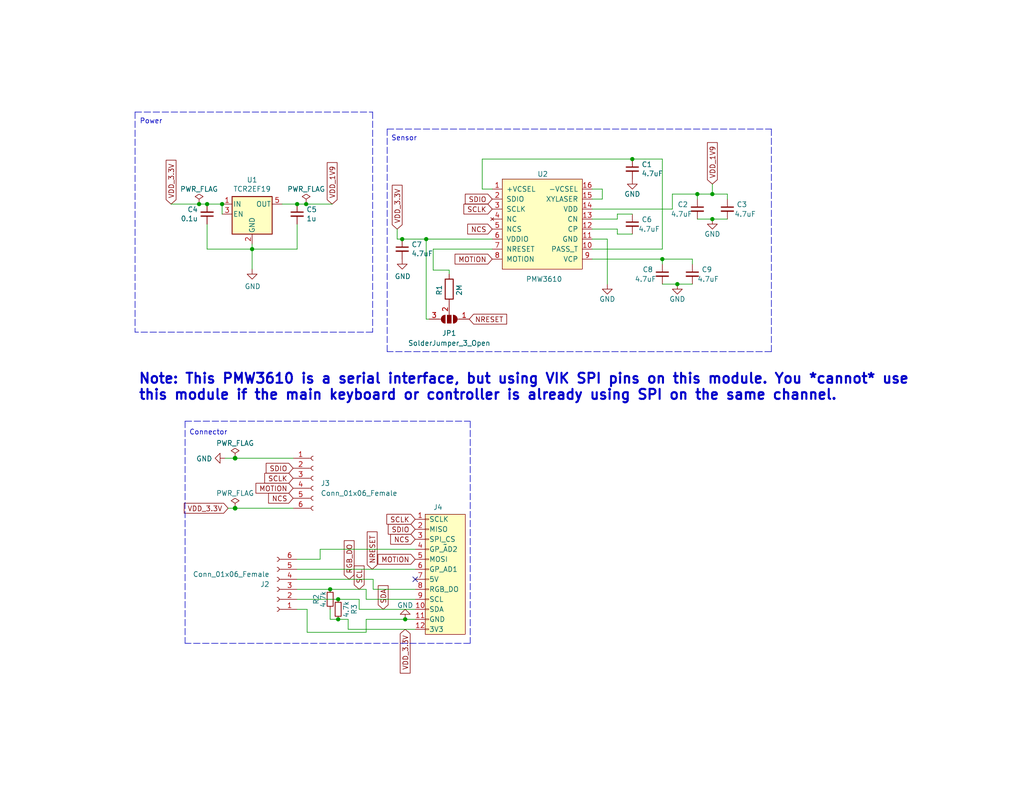
<source format=kicad_sch>
(kicad_sch (version 20230121) (generator eeschema)

  (uuid 53450cca-0496-4005-a7ef-5b1ae88fa402)

  (paper "User" 259.994 200)

  (lib_symbols
    (symbol "Connector:Conn_01x06_Female" (pin_names (offset 1.016) hide) (in_bom yes) (on_board yes)
      (property "Reference" "J" (at 0 7.62 0)
        (effects (font (size 1.27 1.27)))
      )
      (property "Value" "Conn_01x06_Female" (at 0 -10.16 0)
        (effects (font (size 1.27 1.27)))
      )
      (property "Footprint" "" (at 0 0 0)
        (effects (font (size 1.27 1.27)) hide)
      )
      (property "Datasheet" "~" (at 0 0 0)
        (effects (font (size 1.27 1.27)) hide)
      )
      (property "ki_keywords" "connector" (at 0 0 0)
        (effects (font (size 1.27 1.27)) hide)
      )
      (property "ki_description" "Generic connector, single row, 01x06, script generated (kicad-library-utils/schlib/autogen/connector/)" (at 0 0 0)
        (effects (font (size 1.27 1.27)) hide)
      )
      (property "ki_fp_filters" "Connector*:*_1x??_*" (at 0 0 0)
        (effects (font (size 1.27 1.27)) hide)
      )
      (symbol "Conn_01x06_Female_1_1"
        (arc (start 0 -7.112) (mid -0.5058 -7.62) (end 0 -8.128)
          (stroke (width 0.1524) (type default))
          (fill (type none))
        )
        (arc (start 0 -4.572) (mid -0.5058 -5.08) (end 0 -5.588)
          (stroke (width 0.1524) (type default))
          (fill (type none))
        )
        (arc (start 0 -2.032) (mid -0.5058 -2.54) (end 0 -3.048)
          (stroke (width 0.1524) (type default))
          (fill (type none))
        )
        (polyline
          (pts
            (xy -1.27 -7.62)
            (xy -0.508 -7.62)
          )
          (stroke (width 0.1524) (type default))
          (fill (type none))
        )
        (polyline
          (pts
            (xy -1.27 -5.08)
            (xy -0.508 -5.08)
          )
          (stroke (width 0.1524) (type default))
          (fill (type none))
        )
        (polyline
          (pts
            (xy -1.27 -2.54)
            (xy -0.508 -2.54)
          )
          (stroke (width 0.1524) (type default))
          (fill (type none))
        )
        (polyline
          (pts
            (xy -1.27 0)
            (xy -0.508 0)
          )
          (stroke (width 0.1524) (type default))
          (fill (type none))
        )
        (polyline
          (pts
            (xy -1.27 2.54)
            (xy -0.508 2.54)
          )
          (stroke (width 0.1524) (type default))
          (fill (type none))
        )
        (polyline
          (pts
            (xy -1.27 5.08)
            (xy -0.508 5.08)
          )
          (stroke (width 0.1524) (type default))
          (fill (type none))
        )
        (arc (start 0 0.508) (mid -0.5058 0) (end 0 -0.508)
          (stroke (width 0.1524) (type default))
          (fill (type none))
        )
        (arc (start 0 3.048) (mid -0.5058 2.54) (end 0 2.032)
          (stroke (width 0.1524) (type default))
          (fill (type none))
        )
        (arc (start 0 5.588) (mid -0.5058 5.08) (end 0 4.572)
          (stroke (width 0.1524) (type default))
          (fill (type none))
        )
        (pin passive line (at -5.08 5.08 0) (length 3.81)
          (name "Pin_1" (effects (font (size 1.27 1.27))))
          (number "1" (effects (font (size 1.27 1.27))))
        )
        (pin passive line (at -5.08 2.54 0) (length 3.81)
          (name "Pin_2" (effects (font (size 1.27 1.27))))
          (number "2" (effects (font (size 1.27 1.27))))
        )
        (pin passive line (at -5.08 0 0) (length 3.81)
          (name "Pin_3" (effects (font (size 1.27 1.27))))
          (number "3" (effects (font (size 1.27 1.27))))
        )
        (pin passive line (at -5.08 -2.54 0) (length 3.81)
          (name "Pin_4" (effects (font (size 1.27 1.27))))
          (number "4" (effects (font (size 1.27 1.27))))
        )
        (pin passive line (at -5.08 -5.08 0) (length 3.81)
          (name "Pin_5" (effects (font (size 1.27 1.27))))
          (number "5" (effects (font (size 1.27 1.27))))
        )
        (pin passive line (at -5.08 -7.62 0) (length 3.81)
          (name "Pin_6" (effects (font (size 1.27 1.27))))
          (number "6" (effects (font (size 1.27 1.27))))
        )
      )
    )
    (symbol "Device:C_Small" (pin_numbers hide) (pin_names (offset 0.254) hide) (in_bom yes) (on_board yes)
      (property "Reference" "C" (at 0.254 1.778 0)
        (effects (font (size 1.27 1.27)) (justify left))
      )
      (property "Value" "C_Small" (at 0.254 -2.032 0)
        (effects (font (size 1.27 1.27)) (justify left))
      )
      (property "Footprint" "" (at 0 0 0)
        (effects (font (size 1.27 1.27)) hide)
      )
      (property "Datasheet" "~" (at 0 0 0)
        (effects (font (size 1.27 1.27)) hide)
      )
      (property "ki_keywords" "capacitor cap" (at 0 0 0)
        (effects (font (size 1.27 1.27)) hide)
      )
      (property "ki_description" "Unpolarized capacitor, small symbol" (at 0 0 0)
        (effects (font (size 1.27 1.27)) hide)
      )
      (property "ki_fp_filters" "C_*" (at 0 0 0)
        (effects (font (size 1.27 1.27)) hide)
      )
      (symbol "C_Small_0_1"
        (polyline
          (pts
            (xy -1.524 -0.508)
            (xy 1.524 -0.508)
          )
          (stroke (width 0.3302) (type default))
          (fill (type none))
        )
        (polyline
          (pts
            (xy -1.524 0.508)
            (xy 1.524 0.508)
          )
          (stroke (width 0.3048) (type default))
          (fill (type none))
        )
      )
      (symbol "C_Small_1_1"
        (pin passive line (at 0 2.54 270) (length 2.032)
          (name "~" (effects (font (size 1.27 1.27))))
          (number "1" (effects (font (size 1.27 1.27))))
        )
        (pin passive line (at 0 -2.54 90) (length 2.032)
          (name "~" (effects (font (size 1.27 1.27))))
          (number "2" (effects (font (size 1.27 1.27))))
        )
      )
    )
    (symbol "Device:R" (pin_numbers hide) (pin_names (offset 0)) (in_bom yes) (on_board yes)
      (property "Reference" "R" (at 2.032 0 90)
        (effects (font (size 1.27 1.27)))
      )
      (property "Value" "R" (at 0 0 90)
        (effects (font (size 1.27 1.27)))
      )
      (property "Footprint" "" (at -1.778 0 90)
        (effects (font (size 1.27 1.27)) hide)
      )
      (property "Datasheet" "~" (at 0 0 0)
        (effects (font (size 1.27 1.27)) hide)
      )
      (property "ki_keywords" "R res resistor" (at 0 0 0)
        (effects (font (size 1.27 1.27)) hide)
      )
      (property "ki_description" "Resistor" (at 0 0 0)
        (effects (font (size 1.27 1.27)) hide)
      )
      (property "ki_fp_filters" "R_*" (at 0 0 0)
        (effects (font (size 1.27 1.27)) hide)
      )
      (symbol "R_0_1"
        (rectangle (start -1.016 -2.54) (end 1.016 2.54)
          (stroke (width 0.254) (type default))
          (fill (type none))
        )
      )
      (symbol "R_1_1"
        (pin passive line (at 0 3.81 270) (length 1.27)
          (name "~" (effects (font (size 1.27 1.27))))
          (number "1" (effects (font (size 1.27 1.27))))
        )
        (pin passive line (at 0 -3.81 90) (length 1.27)
          (name "~" (effects (font (size 1.27 1.27))))
          (number "2" (effects (font (size 1.27 1.27))))
        )
      )
    )
    (symbol "Device:R_Small" (pin_numbers hide) (pin_names (offset 0.254) hide) (in_bom yes) (on_board yes)
      (property "Reference" "R" (at 0.762 0.508 0)
        (effects (font (size 1.27 1.27)) (justify left))
      )
      (property "Value" "R_Small" (at 0.762 -1.016 0)
        (effects (font (size 1.27 1.27)) (justify left))
      )
      (property "Footprint" "" (at 0 0 0)
        (effects (font (size 1.27 1.27)) hide)
      )
      (property "Datasheet" "~" (at 0 0 0)
        (effects (font (size 1.27 1.27)) hide)
      )
      (property "ki_keywords" "R resistor" (at 0 0 0)
        (effects (font (size 1.27 1.27)) hide)
      )
      (property "ki_description" "Resistor, small symbol" (at 0 0 0)
        (effects (font (size 1.27 1.27)) hide)
      )
      (property "ki_fp_filters" "R_*" (at 0 0 0)
        (effects (font (size 1.27 1.27)) hide)
      )
      (symbol "R_Small_0_1"
        (rectangle (start -0.762 1.778) (end 0.762 -1.778)
          (stroke (width 0.2032) (type default))
          (fill (type none))
        )
      )
      (symbol "R_Small_1_1"
        (pin passive line (at 0 2.54 270) (length 0.762)
          (name "~" (effects (font (size 1.27 1.27))))
          (number "1" (effects (font (size 1.27 1.27))))
        )
        (pin passive line (at 0 -2.54 90) (length 0.762)
          (name "~" (effects (font (size 1.27 1.27))))
          (number "2" (effects (font (size 1.27 1.27))))
        )
      )
    )
    (symbol "Jumper:SolderJumper_3_Open" (pin_names (offset 0) hide) (in_bom yes) (on_board yes)
      (property "Reference" "JP" (at -2.54 -2.54 0)
        (effects (font (size 1.27 1.27)))
      )
      (property "Value" "SolderJumper_3_Open" (at 0 2.794 0)
        (effects (font (size 1.27 1.27)))
      )
      (property "Footprint" "" (at 0 0 0)
        (effects (font (size 1.27 1.27)) hide)
      )
      (property "Datasheet" "~" (at 0 0 0)
        (effects (font (size 1.27 1.27)) hide)
      )
      (property "ki_keywords" "Solder Jumper SPDT" (at 0 0 0)
        (effects (font (size 1.27 1.27)) hide)
      )
      (property "ki_description" "Solder Jumper, 3-pole, open" (at 0 0 0)
        (effects (font (size 1.27 1.27)) hide)
      )
      (property "ki_fp_filters" "SolderJumper*Open*" (at 0 0 0)
        (effects (font (size 1.27 1.27)) hide)
      )
      (symbol "SolderJumper_3_Open_0_1"
        (arc (start -1.016 1.016) (mid -2.0276 0) (end -1.016 -1.016)
          (stroke (width 0) (type default))
          (fill (type none))
        )
        (arc (start -1.016 1.016) (mid -2.0276 0) (end -1.016 -1.016)
          (stroke (width 0) (type default))
          (fill (type outline))
        )
        (rectangle (start -0.508 1.016) (end 0.508 -1.016)
          (stroke (width 0) (type default))
          (fill (type outline))
        )
        (polyline
          (pts
            (xy -2.54 0)
            (xy -2.032 0)
          )
          (stroke (width 0) (type default))
          (fill (type none))
        )
        (polyline
          (pts
            (xy -1.016 1.016)
            (xy -1.016 -1.016)
          )
          (stroke (width 0) (type default))
          (fill (type none))
        )
        (polyline
          (pts
            (xy 0 -1.27)
            (xy 0 -1.016)
          )
          (stroke (width 0) (type default))
          (fill (type none))
        )
        (polyline
          (pts
            (xy 1.016 1.016)
            (xy 1.016 -1.016)
          )
          (stroke (width 0) (type default))
          (fill (type none))
        )
        (polyline
          (pts
            (xy 2.54 0)
            (xy 2.032 0)
          )
          (stroke (width 0) (type default))
          (fill (type none))
        )
        (arc (start 1.016 -1.016) (mid 2.0276 0) (end 1.016 1.016)
          (stroke (width 0) (type default))
          (fill (type none))
        )
        (arc (start 1.016 -1.016) (mid 2.0276 0) (end 1.016 1.016)
          (stroke (width 0) (type default))
          (fill (type outline))
        )
      )
      (symbol "SolderJumper_3_Open_1_1"
        (pin passive line (at -5.08 0 0) (length 2.54)
          (name "A" (effects (font (size 1.27 1.27))))
          (number "1" (effects (font (size 1.27 1.27))))
        )
        (pin passive line (at 0 -3.81 90) (length 2.54)
          (name "C" (effects (font (size 1.27 1.27))))
          (number "2" (effects (font (size 1.27 1.27))))
        )
        (pin passive line (at 5.08 0 180) (length 2.54)
          (name "B" (effects (font (size 1.27 1.27))))
          (number "3" (effects (font (size 1.27 1.27))))
        )
      )
    )
    (symbol "Regulator_Linear:TLV70218_SOT23-5" (pin_names (offset 0.254)) (in_bom yes) (on_board yes)
      (property "Reference" "U" (at -3.81 5.715 0)
        (effects (font (size 1.27 1.27)))
      )
      (property "Value" "TLV70218_SOT23-5" (at 0 5.715 0)
        (effects (font (size 1.27 1.27)) (justify left))
      )
      (property "Footprint" "Package_TO_SOT_SMD:SOT-23-5" (at 0 8.255 0)
        (effects (font (size 1.27 1.27) italic) hide)
      )
      (property "Datasheet" "http://www.ti.com/lit/ds/symlink/tlv702.pdf" (at 0 1.27 0)
        (effects (font (size 1.27 1.27)) hide)
      )
      (property "ki_keywords" "300mA LDO Regulator Fixed Positive" (at 0 0 0)
        (effects (font (size 1.27 1.27)) hide)
      )
      (property "ki_description" "300mA Low Dropout Voltage Regulator, Fixed Output 1.8V, SOT-23-5" (at 0 0 0)
        (effects (font (size 1.27 1.27)) hide)
      )
      (property "ki_fp_filters" "SOT?23*" (at 0 0 0)
        (effects (font (size 1.27 1.27)) hide)
      )
      (symbol "TLV70218_SOT23-5_0_1"
        (rectangle (start -5.08 4.445) (end 5.08 -5.08)
          (stroke (width 0.254) (type default))
          (fill (type background))
        )
      )
      (symbol "TLV70218_SOT23-5_1_1"
        (pin power_in line (at -7.62 2.54 0) (length 2.54)
          (name "IN" (effects (font (size 1.27 1.27))))
          (number "1" (effects (font (size 1.27 1.27))))
        )
        (pin power_in line (at 0 -7.62 90) (length 2.54)
          (name "GND" (effects (font (size 1.27 1.27))))
          (number "2" (effects (font (size 1.27 1.27))))
        )
        (pin input line (at -7.62 0 0) (length 2.54)
          (name "EN" (effects (font (size 1.27 1.27))))
          (number "3" (effects (font (size 1.27 1.27))))
        )
        (pin no_connect line (at 5.08 0 180) (length 2.54) hide
          (name "NC" (effects (font (size 1.27 1.27))))
          (number "4" (effects (font (size 1.27 1.27))))
        )
        (pin power_out line (at 7.62 2.54 180) (length 2.54)
          (name "OUT" (effects (font (size 1.27 1.27))))
          (number "5" (effects (font (size 1.27 1.27))))
        )
      )
    )
    (symbol "mysymbol:PMW3610" (pin_names (offset 1.016)) (in_bom yes) (on_board yes)
      (property "Reference" "U?" (at -1.27 17.78 0)
        (effects (font (size 1.27 1.27)) (justify left))
      )
      (property "Value" "PMW3610" (at 10.16 -12.7 0)
        (effects (font (size 1.27 1.27)) (justify right))
      )
      (property "Footprint" "mylib:PMW3610" (at 0 13.97 0)
        (effects (font (size 1.27 1.27)) hide)
      )
      (property "Datasheet" "" (at 0 13.97 0)
        (effects (font (size 1.27 1.27)) hide)
      )
      (property "ki_keywords" "optical mouse sensor" (at 0 0 0)
        (effects (font (size 1.27 1.27)) hide)
      )
      (property "ki_description" "https://www.pixart.com/products-detail/21/PMW3610DM-SUDU" (at 0 0 0)
        (effects (font (size 1.27 1.27)) hide)
      )
      (symbol "PMW3610_0_0"
        (pin input line (at -12.7 10.16 0) (length 2.54)
          (name "+VCSEL" (effects (font (size 1.27 1.27))))
          (number "1" (effects (font (size 1.27 1.27))))
        )
        (pin unspecified line (at 12.7 -5.08 180) (length 2.54)
          (name "PASS_T" (effects (font (size 1.27 1.27))))
          (number "10" (effects (font (size 1.27 1.27))))
        )
        (pin input line (at 12.7 -2.54 180) (length 2.54)
          (name "GND" (effects (font (size 1.27 1.27))))
          (number "11" (effects (font (size 1.27 1.27))))
        )
        (pin unspecified line (at 12.7 0 180) (length 2.54)
          (name "CP" (effects (font (size 1.27 1.27))))
          (number "12" (effects (font (size 1.27 1.27))))
        )
        (pin unspecified line (at 12.7 2.54 180) (length 2.54)
          (name "CN" (effects (font (size 1.27 1.27))))
          (number "13" (effects (font (size 1.27 1.27))))
        )
        (pin power_in line (at 12.7 5.08 180) (length 2.54)
          (name "VDD" (effects (font (size 1.27 1.27))))
          (number "14" (effects (font (size 1.27 1.27))))
        )
        (pin input line (at 12.7 7.62 180) (length 2.54)
          (name "XYLASER" (effects (font (size 1.27 1.27))))
          (number "15" (effects (font (size 1.27 1.27))))
        )
        (pin unspecified line (at 12.7 10.16 180) (length 2.54)
          (name "-VCSEL" (effects (font (size 1.27 1.27))))
          (number "16" (effects (font (size 1.27 1.27))))
        )
        (pin bidirectional line (at -12.7 7.62 0) (length 2.54)
          (name "SDIO" (effects (font (size 1.27 1.27))))
          (number "2" (effects (font (size 1.27 1.27))))
        )
        (pin input line (at -12.7 5.08 0) (length 2.54)
          (name "SCLK" (effects (font (size 1.27 1.27))))
          (number "3" (effects (font (size 1.27 1.27))))
        )
        (pin no_connect line (at -12.7 2.54 0) (length 2.54)
          (name "NC" (effects (font (size 1.27 1.27))))
          (number "4" (effects (font (size 1.27 1.27))))
        )
        (pin input line (at -12.7 0 0) (length 2.54)
          (name "NCS" (effects (font (size 1.27 1.27))))
          (number "5" (effects (font (size 1.27 1.27))))
        )
        (pin input line (at -12.7 -2.54 0) (length 2.54)
          (name "VDDIO" (effects (font (size 1.27 1.27))))
          (number "6" (effects (font (size 1.27 1.27))))
        )
        (pin input line (at -12.7 -5.08 0) (length 2.54)
          (name "NRESET" (effects (font (size 1.27 1.27))))
          (number "7" (effects (font (size 1.27 1.27))))
        )
        (pin output line (at -12.7 -7.62 0) (length 2.54)
          (name "MOTION" (effects (font (size 1.27 1.27))))
          (number "8" (effects (font (size 1.27 1.27))))
        )
        (pin unspecified line (at 12.7 -7.62 180) (length 2.54)
          (name "VCP" (effects (font (size 1.27 1.27))))
          (number "9" (effects (font (size 1.27 1.27))))
        )
      )
      (symbol "PMW3610_0_1"
        (rectangle (start -10.16 12.7) (end 10.16 -10.16)
          (stroke (width 0) (type default))
          (fill (type background))
        )
      )
    )
    (symbol "power:GND" (power) (pin_names (offset 0)) (in_bom yes) (on_board yes)
      (property "Reference" "#PWR" (at 0 -6.35 0)
        (effects (font (size 1.27 1.27)) hide)
      )
      (property "Value" "GND" (at 0 -3.81 0)
        (effects (font (size 1.27 1.27)))
      )
      (property "Footprint" "" (at 0 0 0)
        (effects (font (size 1.27 1.27)) hide)
      )
      (property "Datasheet" "" (at 0 0 0)
        (effects (font (size 1.27 1.27)) hide)
      )
      (property "ki_keywords" "power-flag" (at 0 0 0)
        (effects (font (size 1.27 1.27)) hide)
      )
      (property "ki_description" "Power symbol creates a global label with name \"GND\" , ground" (at 0 0 0)
        (effects (font (size 1.27 1.27)) hide)
      )
      (symbol "GND_0_1"
        (polyline
          (pts
            (xy 0 0)
            (xy 0 -1.27)
            (xy 1.27 -1.27)
            (xy 0 -2.54)
            (xy -1.27 -1.27)
            (xy 0 -1.27)
          )
          (stroke (width 0) (type default))
          (fill (type none))
        )
      )
      (symbol "GND_1_1"
        (pin power_in line (at 0 0 270) (length 0) hide
          (name "GND" (effects (font (size 1.27 1.27))))
          (number "1" (effects (font (size 1.27 1.27))))
        )
      )
    )
    (symbol "power:PWR_FLAG" (power) (pin_numbers hide) (pin_names (offset 0) hide) (in_bom yes) (on_board yes)
      (property "Reference" "#FLG" (at 0 1.905 0)
        (effects (font (size 1.27 1.27)) hide)
      )
      (property "Value" "PWR_FLAG" (at 0 3.81 0)
        (effects (font (size 1.27 1.27)))
      )
      (property "Footprint" "" (at 0 0 0)
        (effects (font (size 1.27 1.27)) hide)
      )
      (property "Datasheet" "~" (at 0 0 0)
        (effects (font (size 1.27 1.27)) hide)
      )
      (property "ki_keywords" "power-flag" (at 0 0 0)
        (effects (font (size 1.27 1.27)) hide)
      )
      (property "ki_description" "Special symbol for telling ERC where power comes from" (at 0 0 0)
        (effects (font (size 1.27 1.27)) hide)
      )
      (symbol "PWR_FLAG_0_0"
        (pin power_out line (at 0 0 90) (length 0)
          (name "pwr" (effects (font (size 1.27 1.27))))
          (number "1" (effects (font (size 1.27 1.27))))
        )
      )
      (symbol "PWR_FLAG_0_1"
        (polyline
          (pts
            (xy 0 0)
            (xy 0 1.27)
            (xy -1.016 1.905)
            (xy 0 2.54)
            (xy 1.016 1.905)
            (xy 0 1.27)
          )
          (stroke (width 0) (type default))
          (fill (type none))
        )
      )
    )
    (symbol "vik:vik-module-connector" (pin_names (offset 1)) (in_bom yes) (on_board yes)
      (property "Reference" "J" (at 0 15.875 0)
        (effects (font (size 1.27 1.27)))
      )
      (property "Value" "vik-module-connector" (at 0 -17.78 0)
        (effects (font (size 1.27 1.27)) hide)
      )
      (property "Footprint" "" (at 0 6.35 0)
        (effects (font (size 1.27 1.27)) hide)
      )
      (property "Datasheet" "" (at 0 6.35 0)
        (effects (font (size 1.27 1.27)) hide)
      )
      (symbol "vik-module-connector_1_1"
        (rectangle (start -5.08 13.97) (end 5.08 -16.51)
          (stroke (width 0) (type default))
          (fill (type background))
        )
        (rectangle (start -5.0546 -15.113) (end -4.191 -15.367)
          (stroke (width 0.1) (type default))
          (fill (type none))
        )
        (rectangle (start -5.0546 -12.573) (end -4.191 -12.827)
          (stroke (width 0.1) (type default))
          (fill (type none))
        )
        (rectangle (start -5.0546 -10.033) (end -4.191 -10.287)
          (stroke (width 0.1) (type default))
          (fill (type none))
        )
        (rectangle (start -5.0546 -7.493) (end -4.191 -7.747)
          (stroke (width 0.1) (type default))
          (fill (type none))
        )
        (rectangle (start -5.0546 -4.953) (end -4.191 -5.207)
          (stroke (width 0.1) (type default))
          (fill (type none))
        )
        (rectangle (start -5.0546 -2.413) (end -4.191 -2.667)
          (stroke (width 0.1) (type default))
          (fill (type none))
        )
        (rectangle (start -5.0546 0.127) (end -4.191 -0.127)
          (stroke (width 0.1) (type default))
          (fill (type none))
        )
        (rectangle (start -5.0546 2.667) (end -4.191 2.413)
          (stroke (width 0.1) (type default))
          (fill (type none))
        )
        (rectangle (start -5.0546 5.207) (end -4.191 4.953)
          (stroke (width 0.1) (type default))
          (fill (type none))
        )
        (rectangle (start -5.0546 7.747) (end -4.191 7.493)
          (stroke (width 0.1) (type default))
          (fill (type none))
        )
        (rectangle (start -5.0546 10.287) (end -4.191 10.033)
          (stroke (width 0.1) (type default))
          (fill (type none))
        )
        (rectangle (start -5.0546 12.827) (end -4.191 12.573)
          (stroke (width 0.1) (type default))
          (fill (type none))
        )
        (pin output line (at -7.62 12.7 0) (length 2.54)
          (name "SCLK" (effects (font (size 1.27 1.27))))
          (number "1" (effects (font (size 1.27 1.27))))
        )
        (pin bidirectional line (at -7.62 -10.16 0) (length 2.54)
          (name "SDA" (effects (font (size 1.27 1.27))))
          (number "10" (effects (font (size 1.27 1.27))))
        )
        (pin power_out line (at -7.62 -12.7 0) (length 2.54)
          (name "GND" (effects (font (size 1.27 1.27))))
          (number "11" (effects (font (size 1.27 1.27))))
        )
        (pin power_out line (at -7.62 -15.24 0) (length 2.54)
          (name "3V3" (effects (font (size 1.27 1.27))))
          (number "12" (effects (font (size 1.27 1.27))))
        )
        (pin tri_state line (at -7.62 10.16 0) (length 2.54)
          (name "MISO" (effects (font (size 1.27 1.27))))
          (number "2" (effects (font (size 1.27 1.27))))
        )
        (pin output line (at -7.62 7.62 0) (length 2.54)
          (name "SPI_CS" (effects (font (size 1.27 1.27))))
          (number "3" (effects (font (size 1.27 1.27))))
        )
        (pin bidirectional line (at -7.62 5.08 0) (length 2.54)
          (name "GP_AD2" (effects (font (size 1.27 1.27))))
          (number "4" (effects (font (size 1.27 1.27))))
        )
        (pin output line (at -7.62 2.54 0) (length 2.54)
          (name "MOSI" (effects (font (size 1.27 1.27))))
          (number "5" (effects (font (size 1.27 1.27))))
        )
        (pin bidirectional line (at -7.62 0 0) (length 2.54)
          (name "GP_AD1" (effects (font (size 1.27 1.27))))
          (number "6" (effects (font (size 1.27 1.27))))
        )
        (pin power_out line (at -7.62 -2.54 0) (length 2.54)
          (name "5V" (effects (font (size 1.27 1.27))))
          (number "7" (effects (font (size 1.27 1.27))))
        )
        (pin output line (at -7.62 -5.08 0) (length 2.54)
          (name "RGB_DO" (effects (font (size 1.27 1.27))))
          (number "8" (effects (font (size 1.27 1.27))))
        )
        (pin bidirectional line (at -7.62 -7.62 0) (length 2.54)
          (name "SCL" (effects (font (size 1.27 1.27))))
          (number "9" (effects (font (size 1.27 1.27))))
        )
      )
    )
  )

  (junction (at 77.724 51.816) (diameter 0) (color 0 0 0 0)
    (uuid 05fc9e71-42ac-40ec-aa7d-9abc58758c2c)
  )
  (junction (at 50.546 51.816) (diameter 0) (color 0 0 0 0)
    (uuid 0b2843c0-4409-4c18-81f3-662529bf00ec)
  )
  (junction (at 64.008 63.246) (diameter 0) (color 0 0 0 0)
    (uuid 10d0e8f3-fddb-4eac-917f-4364013d5539)
  )
  (junction (at 85.852 157.226) (diameter 0) (color 0 0 0 0)
    (uuid 29b8009a-5af0-483d-ab76-2f3babed5f73)
  )
  (junction (at 59.69 129.032) (diameter 1.016) (color 0 0 0 0)
    (uuid 46c7f09b-1918-43b5-b0e0-8e574991edfa)
  )
  (junction (at 108.204 60.706) (diameter 0) (color 0 0 0 0)
    (uuid 49c9762c-8604-4a07-a1cd-7383a1dd90d7)
  )
  (junction (at 180.848 49.276) (diameter 0) (color 0 0 0 0)
    (uuid 4bff486d-a36b-4502-a46b-922df46be35f)
  )
  (junction (at 168.148 65.786) (diameter 0) (color 0 0 0 0)
    (uuid 4c2296af-32ad-43f5-a2a0-7acff7a8cb73)
  )
  (junction (at 52.578 51.816) (diameter 0) (color 0 0 0 0)
    (uuid 6182facb-9838-4626-8330-5d06c1a16807)
  )
  (junction (at 102.108 60.706) (diameter 0) (color 0 0 0 0)
    (uuid 69f05ef5-5d05-456e-8594-9fe4aebe7abc)
  )
  (junction (at 171.958 72.136) (diameter 0) (color 0 0 0 0)
    (uuid 764e9b26-4057-4449-8217-56505e0f3401)
  )
  (junction (at 177.038 49.276) (diameter 0) (color 0 0 0 0)
    (uuid 7aa052d0-9b16-4032-98c4-1554e6486510)
  )
  (junction (at 102.87 157.226) (diameter 0) (color 0 0 0 0)
    (uuid 97106d06-1eeb-404c-971d-b0887125065b)
  )
  (junction (at 83.82 149.606) (diameter 0) (color 0 0 0 0)
    (uuid 9b7424ab-2148-49c4-9df3-9925b9ca35de)
  )
  (junction (at 56.388 51.816) (diameter 0) (color 0 0 0 0)
    (uuid 9ba4c7ff-e95d-44f3-9130-7648a30c506e)
  )
  (junction (at 85.852 152.146) (diameter 0) (color 0 0 0 0)
    (uuid a0958f39-4ac0-48dd-a6fa-4641c7247375)
  )
  (junction (at 180.848 55.626) (diameter 0) (color 0 0 0 0)
    (uuid b30de638-2fd9-4098-99da-1162e6d2e91d)
  )
  (junction (at 160.528 40.386) (diameter 0) (color 0 0 0 0)
    (uuid bfd87b05-4ebc-4172-9869-55843457474c)
  )
  (junction (at 59.69 116.332) (diameter 1.016) (color 0 0 0 0)
    (uuid c7e0c2fb-0b11-4108-b8fd-3b83aecfd9f9)
  )
  (junction (at 75.438 51.816) (diameter 0) (color 0 0 0 0)
    (uuid e60135aa-f13b-4d7f-a02d-9f5e9a476e7c)
  )

  (no_connect (at 105.41 147.066) (uuid c582bfe5-a1d0-4b41-8d97-60470c78be3f))

  (wire (pts (xy 156.718 58.166) (xy 156.718 59.436))
    (stroke (width 0) (type default))
    (uuid 005f7bba-a8a9-4e07-ad6d-de2e5146ff30)
  )
  (wire (pts (xy 150.368 63.246) (xy 168.148 63.246))
    (stroke (width 0) (type default))
    (uuid 01a1e18e-1544-4b7c-930a-f0329542b117)
  )
  (wire (pts (xy 150.368 65.786) (xy 168.148 65.786))
    (stroke (width 0) (type default))
    (uuid 028ac1b4-e1ed-461b-997d-aadb6b1ef972)
  )
  (wire (pts (xy 102.87 157.226) (xy 105.41 157.226))
    (stroke (width 0) (type default))
    (uuid 0500ed0c-beaa-40eb-878c-26adeac8758a)
  )
  (wire (pts (xy 177.038 55.626) (xy 180.848 55.626))
    (stroke (width 0) (type default))
    (uuid 06279e58-47a9-4b33-bb57-83d7a618b3cc)
  )
  (polyline (pts (xy 94.615 84.328) (xy 34.29 84.328))
    (stroke (width 0) (type dash))
    (uuid 08277c20-675f-4d6c-925d-0865f786fd40)
  )

  (wire (pts (xy 180.848 46.736) (xy 180.848 49.276))
    (stroke (width 0) (type default))
    (uuid 0a152b35-cee2-4ae5-98f7-8023305fb425)
  )
  (wire (pts (xy 168.148 65.786) (xy 168.148 67.056))
    (stroke (width 0) (type default))
    (uuid 0a607643-7cbe-40aa-8963-65165d337d58)
  )
  (wire (pts (xy 168.148 65.786) (xy 175.768 65.786))
    (stroke (width 0) (type default))
    (uuid 0c3504f3-b1ac-4d16-89e8-22bd078339b8)
  )
  (wire (pts (xy 150.368 53.086) (xy 170.688 53.086))
    (stroke (width 0) (type default))
    (uuid 0d86b945-64e9-4651-9ea5-c62eab42eae7)
  )
  (wire (pts (xy 88.392 159.766) (xy 105.41 159.766))
    (stroke (width 0) (type default))
    (uuid 106f8ff1-8492-4295-ac06-f9fdbe1af18e)
  )
  (wire (pts (xy 168.148 72.136) (xy 171.958 72.136))
    (stroke (width 0) (type default))
    (uuid 11e5ad7c-b3cd-4d0a-b629-21b4d9115b6f)
  )
  (wire (pts (xy 85.852 157.226) (xy 83.82 157.226))
    (stroke (width 0) (type default))
    (uuid 120a713e-d475-46c6-b1fa-a0ce5c446940)
  )
  (wire (pts (xy 57.15 116.332) (xy 59.69 116.332))
    (stroke (width 0) (type solid))
    (uuid 131760a0-4fd8-47c2-b7d2-f165e55d270d)
  )
  (wire (pts (xy 59.69 116.332) (xy 74.422 116.332))
    (stroke (width 0) (type solid))
    (uuid 13b9708f-c645-4d91-a560-9076367119ea)
  )
  (polyline (pts (xy 46.99 106.934) (xy 119.38 106.934))
    (stroke (width 0) (type dash))
    (uuid 14949c18-7bb0-49ec-a7c3-2a947a182ff0)
  )

  (wire (pts (xy 75.438 147.066) (xy 94.742 147.066))
    (stroke (width 0) (type default))
    (uuid 17e8f718-be91-4d03-8658-a5b28baacab3)
  )
  (wire (pts (xy 180.848 55.626) (xy 184.658 55.626))
    (stroke (width 0) (type default))
    (uuid 1809bff9-7d40-4a06-bcd7-279ae832f60e)
  )
  (wire (pts (xy 77.978 160.528) (xy 77.978 154.686))
    (stroke (width 0) (type default))
    (uuid 184fdf24-e85d-4d22-bdb3-99e95522d56e)
  )
  (wire (pts (xy 105.41 149.606) (xy 94.742 149.606))
    (stroke (width 0) (type default))
    (uuid 1d30e52c-f143-4680-875d-c6e2dc0146b0)
  )
  (wire (pts (xy 170.688 53.086) (xy 170.688 49.276))
    (stroke (width 0) (type default))
    (uuid 1e19bf05-b5da-4f98-a090-ff9ce77e27ae)
  )
  (polyline (pts (xy 195.834 89.281) (xy 98.298 89.281))
    (stroke (width 0) (type dash))
    (uuid 27f46a14-f7a7-47b9-b5c5-1ec9a462e3dc)
  )

  (wire (pts (xy 75.438 63.246) (xy 64.008 63.246))
    (stroke (width 0) (type default))
    (uuid 28524fc6-37a9-43e6-ad36-677957a0532a)
  )
  (wire (pts (xy 75.438 144.526) (xy 105.41 144.526))
    (stroke (width 0) (type default))
    (uuid 28599abe-88b5-468d-b862-37784c782db8)
  )
  (wire (pts (xy 57.912 129.032) (xy 59.69 129.032))
    (stroke (width 0) (type solid))
    (uuid 2aa43266-fc03-4afa-82e6-de312d3bc2db)
  )
  (polyline (pts (xy 195.834 32.766) (xy 195.834 89.281))
    (stroke (width 0) (type dash))
    (uuid 2ccb8353-8672-4df7-b9ce-4b4d3ac6e524)
  )

  (wire (pts (xy 122.428 48.006) (xy 124.968 48.006))
    (stroke (width 0) (type default))
    (uuid 2d804580-45d8-4d5b-af99-e9291a298cf1)
  )
  (wire (pts (xy 52.578 51.816) (xy 56.388 51.816))
    (stroke (width 0) (type default))
    (uuid 2e074f39-f341-4958-bef7-3b1a944c481f)
  )
  (wire (pts (xy 175.768 65.786) (xy 175.768 67.056))
    (stroke (width 0) (type default))
    (uuid 2e0dabf9-9d03-4ae2-a692-3c4816b0e21f)
  )
  (wire (pts (xy 88.392 159.766) (xy 88.392 157.226))
    (stroke (width 0) (type default))
    (uuid 3378dd91-f77b-464c-864b-730f47717757)
  )
  (wire (pts (xy 92.964 152.146) (xy 105.41 152.146))
    (stroke (width 0) (type default))
    (uuid 358b1891-3179-4844-8130-375c9eeea644)
  )
  (wire (pts (xy 171.958 72.136) (xy 175.768 72.136))
    (stroke (width 0) (type default))
    (uuid 3a0a9998-2cda-4da2-9cf5-e90d754bd38f)
  )
  (wire (pts (xy 64.008 61.976) (xy 64.008 63.246))
    (stroke (width 0) (type default))
    (uuid 3b85451a-6e12-45fc-96a1-77360bc18215)
  )
  (wire (pts (xy 109.982 63.246) (xy 124.968 63.246))
    (stroke (width 0) (type default))
    (uuid 44e3e545-67b4-4f0f-bef3-d33b192ed48d)
  )
  (wire (pts (xy 77.978 154.686) (xy 75.438 154.686))
    (stroke (width 0) (type default))
    (uuid 46295b0c-7bf1-43cd-95af-8c9afd85eaa9)
  )
  (wire (pts (xy 85.852 152.146) (xy 91.186 152.146))
    (stroke (width 0) (type default))
    (uuid 491672b6-55ca-4573-b706-beac995c1274)
  )
  (wire (pts (xy 102.87 157.226) (xy 92.964 157.226))
    (stroke (width 0) (type default))
    (uuid 4a5914bd-b415-4a33-9ccf-d5b576d7648f)
  )
  (wire (pts (xy 52.578 56.896) (xy 52.578 63.246))
    (stroke (width 0) (type default))
    (uuid 4ee0ea3c-39fa-4305-9302-2ee36fb0816a)
  )
  (wire (pts (xy 50.546 51.816) (xy 52.578 51.816))
    (stroke (width 0) (type default))
    (uuid 518be694-cbc8-42cc-8c1d-4c5300b46198)
  )
  (wire (pts (xy 150.368 48.006) (xy 152.908 48.006))
    (stroke (width 0) (type default))
    (uuid 5b6f374d-8259-4c2b-b68d-008e47d1c5ca)
  )
  (polyline (pts (xy 94.615 28.448) (xy 94.615 84.328))
    (stroke (width 0) (type dash))
    (uuid 608c8aae-18e9-4d0b-a90d-2c3a1862e810)
  )

  (wire (pts (xy 56.388 54.356) (xy 56.388 51.816))
    (stroke (width 0) (type default))
    (uuid 6a7769c3-c80d-4f67-890e-9d198d478ddd)
  )
  (wire (pts (xy 160.528 40.386) (xy 122.428 40.386))
    (stroke (width 0) (type default))
    (uuid 6ab74b71-198a-4d67-b9ed-53d2613a5b5e)
  )
  (wire (pts (xy 105.41 139.446) (xy 81.28 139.446))
    (stroke (width 0) (type default))
    (uuid 6b1712fe-5b7b-4406-ba52-21741a371f1a)
  )
  (wire (pts (xy 114.046 68.58) (xy 109.982 68.58))
    (stroke (width 0) (type default))
    (uuid 6feb52a3-94e6-47ab-b036-fbd4f58bff86)
  )
  (wire (pts (xy 156.718 59.436) (xy 160.528 59.436))
    (stroke (width 0) (type default))
    (uuid 6ffa4a0b-131d-4bfe-aa83-11979c841713)
  )
  (wire (pts (xy 52.578 63.246) (xy 64.008 63.246))
    (stroke (width 0) (type default))
    (uuid 731de235-0a1b-4129-aca9-586f376a2413)
  )
  (polyline (pts (xy 119.38 163.322) (xy 46.99 163.322))
    (stroke (width 0) (type dash))
    (uuid 77b159e4-bd32-476f-8586-c0cadae015cc)
  )

  (wire (pts (xy 100.838 58.166) (xy 100.838 60.706))
    (stroke (width 0) (type default))
    (uuid 78516991-6fde-4cb5-a03e-6a16e2b8674c)
  )
  (wire (pts (xy 71.628 51.816) (xy 75.438 51.816))
    (stroke (width 0) (type default))
    (uuid 7bb94872-8dbb-49c9-ba04-f5628db9fbfd)
  )
  (wire (pts (xy 156.718 55.626) (xy 156.718 54.356))
    (stroke (width 0) (type default))
    (uuid 7d7c0909-b3f4-402e-a872-2a12bf0901e1)
  )
  (wire (pts (xy 150.368 50.546) (xy 152.908 50.546))
    (stroke (width 0) (type default))
    (uuid 81918f47-d111-4fbd-b94f-dab2f828be4c)
  )
  (wire (pts (xy 92.964 149.606) (xy 92.964 152.146))
    (stroke (width 0) (type default))
    (uuid 88393f26-b938-46c0-9771-377685e89d6a)
  )
  (wire (pts (xy 108.204 60.706) (xy 124.968 60.706))
    (stroke (width 0) (type default))
    (uuid 89b48ede-05e7-4db5-b1f3-c4562cc8b9c9)
  )
  (wire (pts (xy 59.69 129.032) (xy 74.422 129.032))
    (stroke (width 0) (type solid))
    (uuid 8afdb869-dd78-48f2-be92-9b95015b46d2)
  )
  (wire (pts (xy 92.964 160.528) (xy 77.978 160.528))
    (stroke (width 0) (type default))
    (uuid 9233833e-ca8f-403f-a82a-7672f9fe1448)
  )
  (wire (pts (xy 75.438 149.606) (xy 83.82 149.606))
    (stroke (width 0) (type default))
    (uuid 94a13875-b808-4ca5-aed5-cfd9230386bf)
  )
  (wire (pts (xy 180.848 49.276) (xy 184.658 49.276))
    (stroke (width 0) (type default))
    (uuid 955f65ce-fe86-419e-be65-585acb13ec18)
  )
  (wire (pts (xy 75.438 152.146) (xy 85.852 152.146))
    (stroke (width 0) (type default))
    (uuid a064ef96-0371-4b97-a852-54c03a68261d)
  )
  (wire (pts (xy 94.742 149.606) (xy 94.742 147.066))
    (stroke (width 0) (type default))
    (uuid a0d5a5fb-0140-481d-9b9f-e46ae11e00a9)
  )
  (wire (pts (xy 81.28 141.986) (xy 81.28 139.446))
    (stroke (width 0) (type default))
    (uuid a1322678-bd46-4530-bad7-9c12034039f3)
  )
  (polyline (pts (xy 46.99 106.934) (xy 46.99 163.322))
    (stroke (width 0) (type dash))
    (uuid a1f30f1c-7c72-4c12-8ec3-070d4513622a)
  )

  (wire (pts (xy 75.438 141.986) (xy 81.28 141.986))
    (stroke (width 0) (type default))
    (uuid a28aed41-5f92-4a01-9f2e-4e1cdc486be1)
  )
  (wire (pts (xy 91.186 152.146) (xy 91.186 154.686))
    (stroke (width 0) (type default))
    (uuid ab6d33c5-e00a-47df-95ff-d558b802fcb8)
  )
  (wire (pts (xy 150.368 60.706) (xy 154.178 60.706))
    (stroke (width 0) (type default))
    (uuid b7ec94eb-e377-4843-a9d4-6c4661f41afb)
  )
  (wire (pts (xy 64.008 63.246) (xy 64.008 68.326))
    (stroke (width 0) (type default))
    (uuid b80307a9-b810-4fc6-81ab-e2a116bf8242)
  )
  (wire (pts (xy 168.148 40.386) (xy 160.528 40.386))
    (stroke (width 0) (type default))
    (uuid b8413942-d6c5-419c-abde-ad0808ce4040)
  )
  (wire (pts (xy 102.108 60.706) (xy 108.204 60.706))
    (stroke (width 0) (type default))
    (uuid b8af3bc1-3a02-4fd1-af9a-dcb440758d52)
  )
  (wire (pts (xy 156.718 54.356) (xy 160.528 54.356))
    (stroke (width 0) (type default))
    (uuid ba546f3f-9f91-45b7-b7e2-ee37445d0461)
  )
  (wire (pts (xy 177.038 49.276) (xy 177.038 50.546))
    (stroke (width 0) (type default))
    (uuid bd70cb30-fb80-4819-8695-036c532484ae)
  )
  (polyline (pts (xy 34.29 28.448) (xy 34.29 84.328))
    (stroke (width 0) (type dash))
    (uuid bdd469ab-4739-4272-9541-5a11378c3b1b)
  )

  (wire (pts (xy 108.204 81.026) (xy 108.204 60.706))
    (stroke (width 0) (type default))
    (uuid bfa79116-6441-4d3a-83a6-e266bc45a50a)
  )
  (wire (pts (xy 109.982 68.58) (xy 109.982 63.246))
    (stroke (width 0) (type default))
    (uuid c3c11dfc-23c9-4c73-ab98-5972c49d4c48)
  )
  (wire (pts (xy 122.428 40.386) (xy 122.428 48.006))
    (stroke (width 0) (type default))
    (uuid cb848295-591b-4fc5-a51a-bce8a59b5c70)
  )
  (wire (pts (xy 88.392 157.226) (xy 85.852 157.226))
    (stroke (width 0) (type default))
    (uuid cd7de474-0d3c-42b9-bb65-be581ce6ab0c)
  )
  (polyline (pts (xy 98.298 32.766) (xy 98.298 89.281))
    (stroke (width 0) (type dash))
    (uuid cd8c3ded-1ae0-460a-9d57-472c5acd2679)
  )

  (wire (pts (xy 150.368 58.166) (xy 156.718 58.166))
    (stroke (width 0) (type default))
    (uuid cf2ca2b8-c110-4ac7-9be4-383392984644)
  )
  (wire (pts (xy 43.434 51.816) (xy 50.546 51.816))
    (stroke (width 0) (type default))
    (uuid d1525301-9250-4c5c-965c-7f3334c33709)
  )
  (wire (pts (xy 170.688 49.276) (xy 177.038 49.276))
    (stroke (width 0) (type default))
    (uuid d326ebbf-79b6-48d2-a6a7-ad8abb56bf3d)
  )
  (wire (pts (xy 152.908 48.006) (xy 152.908 50.546))
    (stroke (width 0) (type default))
    (uuid dc90f27a-0582-4841-9940-0576394bdc04)
  )
  (wire (pts (xy 91.186 154.686) (xy 105.41 154.686))
    (stroke (width 0) (type default))
    (uuid dd7ddf4b-3139-429a-bc8f-05ff7f2ecb79)
  )
  (wire (pts (xy 92.964 157.226) (xy 92.964 160.528))
    (stroke (width 0) (type default))
    (uuid ddb6ba8c-6e11-4171-b3ae-3d5b51605ad7)
  )
  (wire (pts (xy 77.724 51.816) (xy 75.438 51.816))
    (stroke (width 0) (type default))
    (uuid e03d57e1-f0e6-4e76-b310-9e9e8cf97ed6)
  )
  (wire (pts (xy 83.82 157.226) (xy 83.82 154.686))
    (stroke (width 0) (type default))
    (uuid e5ab2e50-1813-43d6-beb9-e4eefc97cab8)
  )
  (wire (pts (xy 154.178 60.706) (xy 154.178 72.136))
    (stroke (width 0) (type default))
    (uuid e84c1345-f09e-4367-a88c-c0057c80e52f)
  )
  (wire (pts (xy 75.438 56.896) (xy 75.438 63.246))
    (stroke (width 0) (type default))
    (uuid e8954351-c94d-4870-9463-71cfee4378c5)
  )
  (wire (pts (xy 150.368 55.626) (xy 156.718 55.626))
    (stroke (width 0) (type default))
    (uuid ee217293-ddc6-462b-afed-e924309e0558)
  )
  (wire (pts (xy 100.838 60.706) (xy 102.108 60.706))
    (stroke (width 0) (type default))
    (uuid efbb107e-c155-45b9-a022-6056017c473f)
  )
  (wire (pts (xy 83.82 149.606) (xy 92.964 149.606))
    (stroke (width 0) (type default))
    (uuid f0082847-f489-45bc-a268-9c019e8b4eb5)
  )
  (wire (pts (xy 84.328 51.816) (xy 77.724 51.816))
    (stroke (width 0) (type default))
    (uuid f241e0ee-d3d0-4acb-927b-10754037fbc9)
  )
  (polyline (pts (xy 119.38 106.934) (xy 119.38 163.322))
    (stroke (width 0) (type dash))
    (uuid f2a06ab9-861c-4304-a82d-082f7451fbfa)
  )

  (wire (pts (xy 108.204 81.026) (xy 108.966 81.026))
    (stroke (width 0) (type default))
    (uuid f557fcaa-560b-4e15-a47d-42a9b65c95cc)
  )
  (wire (pts (xy 168.148 63.246) (xy 168.148 40.386))
    (stroke (width 0) (type default))
    (uuid f5606098-a4b5-4eeb-9fa5-f9d99a2e7a01)
  )
  (wire (pts (xy 114.046 68.58) (xy 114.046 69.596))
    (stroke (width 0) (type default))
    (uuid f67ec8d5-4fdb-4d3c-8eba-db9fddd171dd)
  )
  (polyline (pts (xy 98.298 32.766) (xy 195.834 32.766))
    (stroke (width 0) (type dash))
    (uuid f89487fd-866d-4486-880e-ce7d7251f6e8)
  )
  (polyline (pts (xy 34.29 28.448) (xy 94.615 28.448))
    (stroke (width 0) (type dash))
    (uuid f8c747bc-e55d-4009-a525-835f3c84c6eb)
  )

  (wire (pts (xy 180.848 49.276) (xy 177.038 49.276))
    (stroke (width 0) (type default))
    (uuid fa825aaa-fe71-49dc-8406-83d4a90e059c)
  )
  (wire (pts (xy 184.658 49.276) (xy 184.658 50.546))
    (stroke (width 0) (type default))
    (uuid ffa3077b-4b8f-4457-b85f-2611ac6fe647)
  )

  (text "Connector" (at 57.785 110.617 0)
    (effects (font (size 1.27 1.27)) (justify right bottom))
    (uuid 3cb36a6d-4973-4205-b863-493b39286581)
  )
  (text "Power" (at 41.275 31.623 0)
    (effects (font (size 1.27 1.27)) (justify right bottom))
    (uuid db977054-fd0e-4d9e-8472-2c51d8182cb0)
  )
  (text "Note: This PMW3610 is a serial interface, but using VIK SPI pins on this module. You *cannot* use\nthis module if the main keyboard or controller is already using SPI on the same channel."
    (at 35.052 101.854 0)
    (effects (font (size 2.54 2.54) (thickness 0.508) bold) (justify left bottom))
    (uuid e94ada06-b9c0-482b-8644-efd6d9ceade1)
  )
  (text "Sensor" (at 105.918 35.941 0)
    (effects (font (size 1.27 1.27)) (justify right bottom))
    (uuid f4905617-ead1-4613-b0ac-3cb6dcfc2567)
  )

  (global_label "SCLK" (shape input) (at 124.968 53.086 180) (fields_autoplaced)
    (effects (font (size 1.27 1.27)) (justify right))
    (uuid 0ccdb2ff-af2a-433c-990e-e25fac040a27)
    (property "Intersheetrefs" "${INTERSHEET_REFS}" (at 117.1895 53.086 0)
      (effects (font (size 1.27 1.27)) (justify right) hide)
    )
  )
  (global_label "SCLK" (shape input) (at 105.41 131.826 180)
    (effects (font (size 1.27 1.27)) (justify right))
    (uuid 0eeda04a-a45e-406a-9e16-8b4be1734811)
    (property "Intersheetrefs" "${INTERSHEET_REFS}" (at 98.2193 131.9054 0)
      (effects (font (size 1.27 1.27)) (justify right) hide)
    )
  )
  (global_label "MOTION" (shape input) (at 105.41 141.986 180) (fields_autoplaced)
    (effects (font (size 1.27 1.27)) (justify right))
    (uuid 1c1df8f8-f582-45fb-8114-6189253be97e)
    (property "Intersheetrefs" "${INTERSHEET_REFS}" (at 95.3938 141.986 0)
      (effects (font (size 1.27 1.27)) (justify right) hide)
    )
  )
  (global_label "VDD_1V9" (shape input) (at 180.848 46.736 90) (fields_autoplaced)
    (effects (font (size 1.27 1.27)) (justify left))
    (uuid 1c22332f-e1ae-4e88-8bda-73e741d3dedd)
    (property "Intersheetrefs" "${INTERSHEET_REFS}" (at 180.848 35.6313 90)
      (effects (font (size 1.27 1.27)) (justify left) hide)
    )
  )
  (global_label "SDIO" (shape input) (at 74.422 118.872 180) (fields_autoplaced)
    (effects (font (size 1.27 1.27)) (justify right))
    (uuid 21ecc7c8-bece-4fa6-92b1-914053ab3860)
    (property "Intersheetrefs" "${INTERSHEET_REFS}" (at 67.0063 118.872 0)
      (effects (font (size 1.27 1.27)) (justify right) hide)
    )
  )
  (global_label "VDD_1V9" (shape input) (at 84.328 51.816 90) (fields_autoplaced)
    (effects (font (size 1.27 1.27)) (justify left))
    (uuid 22b0c7f9-c0ec-4168-8739-32e2106e4f72)
    (property "Intersheetrefs" "${INTERSHEET_REFS}" (at 84.328 40.7113 90)
      (effects (font (size 1.27 1.27)) (justify left) hide)
    )
  )
  (global_label "NRESET" (shape input) (at 119.126 81.026 0) (fields_autoplaced)
    (effects (font (size 1.27 1.27)) (justify left))
    (uuid 23b09fa6-e2ee-4b66-808f-afc4fe20a02e)
    (property "Intersheetrefs" "${INTERSHEET_REFS}" (at 129.2025 81.026 0)
      (effects (font (size 1.27 1.27)) (justify left) hide)
    )
  )
  (global_label "SCLK" (shape input) (at 74.422 121.412 180)
    (effects (font (size 1.27 1.27)) (justify right))
    (uuid 28e17f7f-5255-4891-81bd-d484cd50722b)
    (property "Intersheetrefs" "${INTERSHEET_REFS}" (at 168.402 249.682 0)
      (effects (font (size 1.27 1.27)) hide)
    )
  )
  (global_label "MOTION" (shape input) (at 74.422 123.952 180) (fields_autoplaced)
    (effects (font (size 1.27 1.27)) (justify right))
    (uuid 30998c9a-d1f4-432c-8328-9bc188e04b91)
    (property "Intersheetrefs" "${INTERSHEET_REFS}" (at 64.4058 123.952 0)
      (effects (font (size 1.27 1.27)) (justify right) hide)
    )
  )
  (global_label "SDIO" (shape input) (at 124.968 50.546 180) (fields_autoplaced)
    (effects (font (size 1.27 1.27)) (justify right))
    (uuid 439e57fb-3fda-43db-b0fd-ac5b4eacc4c0)
    (property "Intersheetrefs" "${INTERSHEET_REFS}" (at 117.5523 50.546 0)
      (effects (font (size 1.27 1.27)) (justify right) hide)
    )
  )
  (global_label "NCS" (shape input) (at 74.422 126.492 180)
    (effects (font (size 1.27 1.27)) (justify right))
    (uuid 5bc1bb88-6134-4a68-a0e1-13d71fec2776)
    (property "Intersheetrefs" "${INTERSHEET_REFS}" (at 168.402 259.842 0)
      (effects (font (size 1.27 1.27)) hide)
    )
  )
  (global_label "SDIO" (shape input) (at 105.41 134.366 180) (fields_autoplaced)
    (effects (font (size 1.27 1.27)) (justify right))
    (uuid 62227061-4318-4622-9f8a-89e75476830d)
    (property "Intersheetrefs" "${INTERSHEET_REFS}" (at 97.9943 134.366 0)
      (effects (font (size 1.27 1.27)) (justify right) hide)
    )
  )
  (global_label "VDD_3.3V" (shape input) (at 100.838 58.166 90)
    (effects (font (size 1.27 1.27)) (justify left))
    (uuid 66acf5ef-9400-450d-8932-3c2e8c65ece0)
    (property "Intersheetrefs" "${INTERSHEET_REFS}" (at 100.7586 47.0443 90)
      (effects (font (size 1.27 1.27)) (justify left) hide)
    )
  )
  (global_label "VDD_3.3V" (shape input) (at 102.87 159.766 270)
    (effects (font (size 1.27 1.27)) (justify right))
    (uuid 66bda72c-38c5-4ca7-8620-0b8182ff690b)
    (property "Intersheetrefs" "${INTERSHEET_REFS}" (at 102.9494 170.8877 90)
      (effects (font (size 1.27 1.27)) (justify right) hide)
    )
  )
  (global_label "VDD_3.3V" (shape input) (at 57.912 129.032 180)
    (effects (font (size 1.27 1.27)) (justify right))
    (uuid 6acf2a72-cbad-49be-a68d-b36ca373152b)
    (property "Intersheetrefs" "${INTERSHEET_REFS}" (at 46.7903 129.1114 0)
      (effects (font (size 1.27 1.27)) (justify right) hide)
    )
  )
  (global_label "SDA" (shape input) (at 97.282 154.686 90) (fields_autoplaced)
    (effects (font (size 1.27 1.27)) (justify left))
    (uuid 70d88e2a-a8f2-4eba-9a61-8d3aa4369604)
    (property "Intersheetrefs" "${INTERSHEET_REFS}" (at 97.282 148.117 90)
      (effects (font (size 1.27 1.27)) (justify left) hide)
    )
  )
  (global_label "RGB_DO" (shape input) (at 88.646 147.066 90) (fields_autoplaced)
    (effects (font (size 1.27 1.27)) (justify left))
    (uuid 74767bea-04ad-495a-8375-75243c309ea5)
    (property "Intersheetrefs" "${INTERSHEET_REFS}" (at 88.646 136.687 90)
      (effects (font (size 1.27 1.27)) (justify left) hide)
    )
  )
  (global_label "NCS" (shape input) (at 105.41 136.906 180)
    (effects (font (size 1.27 1.27)) (justify right))
    (uuid a4563e93-e141-4dd4-8d1e-236aaa762daf)
    (property "Intersheetrefs" "${INTERSHEET_REFS}" (at 99.1869 136.9854 0)
      (effects (font (size 1.27 1.27)) (justify right) hide)
    )
  )
  (global_label "MOTION" (shape input) (at 124.968 65.786 180) (fields_autoplaced)
    (effects (font (size 1.27 1.27)) (justify right))
    (uuid ae4b48d1-169e-45bb-b19f-58bcb008b5b3)
    (property "Intersheetrefs" "${INTERSHEET_REFS}" (at 114.9518 65.786 0)
      (effects (font (size 1.27 1.27)) (justify right) hide)
    )
  )
  (global_label "NRESET" (shape input) (at 94.488 144.526 90) (fields_autoplaced)
    (effects (font (size 1.27 1.27)) (justify left))
    (uuid c1fc20c3-5bdb-4cfa-b72b-3bd83dbcd2e0)
    (property "Intersheetrefs" "${INTERSHEET_REFS}" (at 94.488 134.4495 90)
      (effects (font (size 1.27 1.27)) (justify left) hide)
    )
  )
  (global_label "NCS" (shape input) (at 124.968 58.166 180) (fields_autoplaced)
    (effects (font (size 1.27 1.27)) (justify right))
    (uuid c4d5ae6d-ad32-41a7-bb77-33891f4910d2)
    (property "Intersheetrefs" "${INTERSHEET_REFS}" (at 118.1571 58.166 0)
      (effects (font (size 1.27 1.27)) (justify right) hide)
    )
  )
  (global_label "VDD_3.3V" (shape input) (at 43.434 51.816 90)
    (effects (font (size 1.27 1.27)) (justify left))
    (uuid c6a40db2-36f1-4e02-b7af-66884089f224)
    (property "Intersheetrefs" "${INTERSHEET_REFS}" (at 43.3546 40.6943 90)
      (effects (font (size 1.27 1.27)) (justify left) hide)
    )
  )
  (global_label "SCL" (shape input) (at 91.186 149.606 90) (fields_autoplaced)
    (effects (font (size 1.27 1.27)) (justify left))
    (uuid d3697f76-5f0e-47ac-8b3c-23e8b122ef07)
    (property "Intersheetrefs" "${INTERSHEET_REFS}" (at 91.186 143.0975 90)
      (effects (font (size 1.27 1.27)) (justify left) hide)
    )
  )

  (symbol (lib_id "power:PWR_FLAG") (at 59.69 116.332 0) (unit 1)
    (in_bom yes) (on_board yes) (dnp no)
    (uuid 006b71a0-ffe2-483e-bea0-77a2f869a3be)
    (property "Reference" "#FLG01" (at 59.69 114.427 0)
      (effects (font (size 1.27 1.27)) hide)
    )
    (property "Value" "PWR_FLAG" (at 59.69 112.522 0)
      (effects (font (size 1.27 1.27)))
    )
    (property "Footprint" "" (at 59.69 116.332 0)
      (effects (font (size 1.27 1.27)) hide)
    )
    (property "Datasheet" "~" (at 59.69 116.332 0)
      (effects (font (size 1.27 1.27)) hide)
    )
    (pin "1" (uuid f7b4f1f9-1136-463c-b92e-6a4f0a51794b))
    (instances
      (project "pmw3610"
        (path "/53450cca-0496-4005-a7ef-5b1ae88fa402"
          (reference "#FLG01") (unit 1)
        )
      )
      (project "pmw3360"
        (path "/e63e39d7-6ac0-4ffd-8aa3-1841a4541b55"
          (reference "#FLG01001") (unit 1)
        )
      )
    )
  )

  (symbol (lib_id "Device:C_Small") (at 102.108 63.246 0) (unit 1)
    (in_bom yes) (on_board yes) (dnp no)
    (uuid 082217f1-4379-4503-b728-55106d6bf1c7)
    (property "Reference" "C7" (at 104.4448 62.0776 0)
      (effects (font (size 1.27 1.27)) (justify left))
    )
    (property "Value" "4.7uF" (at 104.4448 64.389 0)
      (effects (font (size 1.27 1.27)) (justify left))
    )
    (property "Footprint" "Capacitor_SMD:C_0603_1608Metric" (at 102.108 63.246 0)
      (effects (font (size 1.27 1.27)) hide)
    )
    (property "Datasheet" "~" (at 102.108 63.246 0)
      (effects (font (size 1.27 1.27)) hide)
    )
    (property "LCSC" "C19666" (at 102.108 63.246 0)
      (effects (font (size 1.27 1.27)) hide)
    )
    (pin "1" (uuid c8fcd968-155f-44aa-a800-8cf269c9dcc4))
    (pin "2" (uuid a0640d39-d3f5-4c67-8446-2d0c8eeedef9))
    (instances
      (project "pmw3610"
        (path "/53450cca-0496-4005-a7ef-5b1ae88fa402"
          (reference "C7") (unit 1)
        )
      )
    )
  )

  (symbol (lib_id "Connector:Conn_01x06_Female") (at 79.502 121.412 0) (unit 1)
    (in_bom yes) (on_board yes) (dnp no)
    (uuid 0e2c0312-8af7-4ea0-8ba6-f7065f3c6ed8)
    (property "Reference" "J3" (at 81.407 122.682 0)
      (effects (font (size 1.27 1.27)) (justify left))
    )
    (property "Value" "Conn_01x06_Female" (at 81.407 125.222 0)
      (effects (font (size 1.27 1.27)) (justify left))
    )
    (property "Footprint" "Connector_PinHeader_2.54mm:PinHeader_1x06_P2.54mm_Vertical" (at 79.502 121.412 0)
      (effects (font (size 1.27 1.27)) hide)
    )
    (property "Datasheet" "~" (at 79.502 121.412 0)
      (effects (font (size 1.27 1.27)) hide)
    )
    (pin "1" (uuid 9c6ea65b-c17e-4f3c-91e1-d4eb81ef8822))
    (pin "2" (uuid e773379c-b329-475d-90b2-7862e2c5dcaf))
    (pin "3" (uuid 5e10dd98-02d5-45df-9135-232d8b216f6f))
    (pin "4" (uuid 1ddf8322-a03b-48f4-a03c-f1b3b6447b5c))
    (pin "5" (uuid 2347492b-72ba-44b7-9926-2f29b43c2227))
    (pin "6" (uuid 290a6b67-0074-4f67-959a-4b2c51fd60be))
    (instances
      (project "pmw3610"
        (path "/53450cca-0496-4005-a7ef-5b1ae88fa402"
          (reference "J3") (unit 1)
        )
      )
      (project "pmw3360"
        (path "/e63e39d7-6ac0-4ffd-8aa3-1841a4541b55"
          (reference "J1001") (unit 1)
        )
      )
    )
  )

  (symbol (lib_id "power:GND") (at 102.108 65.786 0) (unit 1)
    (in_bom yes) (on_board yes) (dnp no)
    (uuid 0fe9e525-e3a8-46cc-800f-899dfab6f8e4)
    (property "Reference" "#PWR0103" (at 102.108 72.136 0)
      (effects (font (size 1.27 1.27)) hide)
    )
    (property "Value" "GND" (at 102.235 70.1802 0)
      (effects (font (size 1.27 1.27)))
    )
    (property "Footprint" "" (at 102.108 65.786 0)
      (effects (font (size 1.27 1.27)) hide)
    )
    (property "Datasheet" "" (at 102.108 65.786 0)
      (effects (font (size 1.27 1.27)) hide)
    )
    (pin "1" (uuid b5e2b85f-37c3-47bf-a6ce-5070daaefef1))
    (instances
      (project "pmw3610"
        (path "/53450cca-0496-4005-a7ef-5b1ae88fa402"
          (reference "#PWR0103") (unit 1)
        )
      )
    )
  )

  (symbol (lib_id "power:GND") (at 180.848 55.626 0) (unit 1)
    (in_bom yes) (on_board yes) (dnp no)
    (uuid 27f37be1-f41b-4f91-9608-f709ea51242b)
    (property "Reference" "#PWR0101" (at 180.848 61.976 0)
      (effects (font (size 1.27 1.27)) hide)
    )
    (property "Value" "GND" (at 180.848 59.436 0)
      (effects (font (size 1.27 1.27)))
    )
    (property "Footprint" "" (at 180.848 55.626 0)
      (effects (font (size 1.27 1.27)) hide)
    )
    (property "Datasheet" "" (at 180.848 55.626 0)
      (effects (font (size 1.27 1.27)) hide)
    )
    (pin "1" (uuid 0aa4d9f2-137f-407a-ab80-92e4471b52a7))
    (instances
      (project "pmw3610"
        (path "/53450cca-0496-4005-a7ef-5b1ae88fa402"
          (reference "#PWR0101") (unit 1)
        )
      )
    )
  )

  (symbol (lib_id "Device:C_Small") (at 75.438 54.356 0) (unit 1)
    (in_bom yes) (on_board yes) (dnp no)
    (uuid 2d596433-9303-455a-b481-8baffdc68f31)
    (property "Reference" "C5" (at 77.7748 53.1876 0)
      (effects (font (size 1.27 1.27)) (justify left))
    )
    (property "Value" "1u" (at 77.7748 55.499 0)
      (effects (font (size 1.27 1.27)) (justify left))
    )
    (property "Footprint" "Capacitor_SMD:C_0603_1608Metric" (at 75.438 54.356 0)
      (effects (font (size 1.27 1.27)) hide)
    )
    (property "Datasheet" "~" (at 75.438 54.356 0)
      (effects (font (size 1.27 1.27)) hide)
    )
    (property "LCSC" "C15849" (at 75.438 54.356 0)
      (effects (font (size 1.27 1.27)) hide)
    )
    (pin "1" (uuid ee16771b-aed3-4080-b343-6e728660dc9f))
    (pin "2" (uuid a9b08520-ec44-45e0-b0f2-0f856e397d94))
    (instances
      (project "pmw3610"
        (path "/53450cca-0496-4005-a7ef-5b1ae88fa402"
          (reference "C5") (unit 1)
        )
      )
    )
  )

  (symbol (lib_id "Device:C_Small") (at 160.528 56.896 0) (unit 1)
    (in_bom yes) (on_board yes) (dnp no)
    (uuid 463ef955-df04-4e3f-a3b0-531d202b4f5e)
    (property "Reference" "C6" (at 162.8648 55.7276 0)
      (effects (font (size 1.27 1.27)) (justify left))
    )
    (property "Value" "4.7uF" (at 162.052 58.166 0)
      (effects (font (size 1.27 1.27)) (justify left))
    )
    (property "Footprint" "Capacitor_SMD:C_0603_1608Metric" (at 160.528 56.896 0)
      (effects (font (size 1.27 1.27)) hide)
    )
    (property "Datasheet" "~" (at 160.528 56.896 0)
      (effects (font (size 1.27 1.27)) hide)
    )
    (property "LCSC" "C19666" (at 160.528 56.896 0)
      (effects (font (size 1.27 1.27)) hide)
    )
    (pin "1" (uuid 74d268c9-25be-4958-a09c-af7914daec91))
    (pin "2" (uuid 89e7c424-2927-41ed-9462-887c20f01298))
    (instances
      (project "pmw3610"
        (path "/53450cca-0496-4005-a7ef-5b1ae88fa402"
          (reference "C6") (unit 1)
        )
      )
    )
  )

  (symbol (lib_id "power:PWR_FLAG") (at 77.724 51.816 0) (unit 1)
    (in_bom yes) (on_board yes) (dnp no)
    (uuid 4709e547-a9ae-467b-ab12-251ad92a6dc0)
    (property "Reference" "#FLG03" (at 77.724 49.911 0)
      (effects (font (size 1.27 1.27)) hide)
    )
    (property "Value" "PWR_FLAG" (at 77.724 48.006 0)
      (effects (font (size 1.27 1.27)))
    )
    (property "Footprint" "" (at 77.724 51.816 0)
      (effects (font (size 1.27 1.27)) hide)
    )
    (property "Datasheet" "~" (at 77.724 51.816 0)
      (effects (font (size 1.27 1.27)) hide)
    )
    (pin "1" (uuid d44ab700-3c91-464a-b2ea-530317312a59))
    (instances
      (project "pmw3610"
        (path "/53450cca-0496-4005-a7ef-5b1ae88fa402"
          (reference "#FLG03") (unit 1)
        )
      )
      (project "pmw3360"
        (path "/e63e39d7-6ac0-4ffd-8aa3-1841a4541b55"
          (reference "#FLG01001") (unit 1)
        )
      )
    )
  )

  (symbol (lib_id "Device:R_Small") (at 83.82 152.146 180) (unit 1)
    (in_bom yes) (on_board yes) (dnp no)
    (uuid 525c0061-c758-4a97-9727-22b3a4cdb947)
    (property "Reference" "R2" (at 80.264 152.146 90)
      (effects (font (size 1.27 1.27)))
    )
    (property "Value" "4.7k" (at 82.042 152.146 90)
      (effects (font (size 1.27 1.27)))
    )
    (property "Footprint" "local:D3_TH_SMD" (at 83.82 152.146 0)
      (effects (font (size 1.27 1.27)) hide)
    )
    (property "Datasheet" "~" (at 83.82 152.146 0)
      (effects (font (size 1.27 1.27)) hide)
    )
    (pin "1" (uuid 86ea6edc-4588-4ccb-a373-307ee9415034))
    (pin "2" (uuid 86960ede-82ee-455f-9fab-1ad6f416202d))
    (instances
      (project "pmw3610"
        (path "/53450cca-0496-4005-a7ef-5b1ae88fa402"
          (reference "R2") (unit 1)
        )
      )
      (project "pmw3360"
        (path "/e63e39d7-6ac0-4ffd-8aa3-1841a4541b55"
          (reference "R1005") (unit 1)
        )
      )
    )
  )

  (symbol (lib_id "power:PWR_FLAG") (at 50.546 51.816 0) (unit 1)
    (in_bom yes) (on_board yes) (dnp no)
    (uuid 56238b6e-bd35-4546-9e30-d11373bb4c64)
    (property "Reference" "#FLG04" (at 50.546 49.911 0)
      (effects (font (size 1.27 1.27)) hide)
    )
    (property "Value" "PWR_FLAG" (at 50.546 48.006 0)
      (effects (font (size 1.27 1.27)))
    )
    (property "Footprint" "" (at 50.546 51.816 0)
      (effects (font (size 1.27 1.27)) hide)
    )
    (property "Datasheet" "~" (at 50.546 51.816 0)
      (effects (font (size 1.27 1.27)) hide)
    )
    (pin "1" (uuid 2c9c1dd4-bd0f-4ed1-9e5d-e3741e3984c2))
    (instances
      (project "pmw3610"
        (path "/53450cca-0496-4005-a7ef-5b1ae88fa402"
          (reference "#FLG04") (unit 1)
        )
      )
      (project "pmw3360"
        (path "/e63e39d7-6ac0-4ffd-8aa3-1841a4541b55"
          (reference "#FLG01001") (unit 1)
        )
      )
    )
  )

  (symbol (lib_id "mysymbol:PMW3610") (at 137.668 58.166 0) (unit 1)
    (in_bom yes) (on_board yes) (dnp no)
    (uuid 5d8ede79-525a-4699-a26f-2f9fda21b037)
    (property "Reference" "U2" (at 136.398 44.196 0)
      (effects (font (size 1.27 1.27)) (justify left))
    )
    (property "Value" "PMW3610" (at 142.748 70.866 0)
      (effects (font (size 1.27 1.27)) (justify right))
    )
    (property "Footprint" "local:PMW3610" (at 137.668 44.196 0)
      (effects (font (size 1.27 1.27)) hide)
    )
    (property "Datasheet" "" (at 137.668 44.196 0)
      (effects (font (size 1.27 1.27)) hide)
    )
    (pin "1" (uuid f09b019e-77fc-4bdf-929e-199e22d4cb41))
    (pin "10" (uuid e2b3c15f-d02f-4b2f-9280-cfb1bf389e80))
    (pin "11" (uuid e956ff4d-e455-4edd-96aa-f86004139587))
    (pin "12" (uuid 471eb4c1-1fb6-4731-b769-cc81195874cc))
    (pin "13" (uuid 29da739d-c2ca-49f2-9ee2-ee6636ae1dea))
    (pin "14" (uuid a8caaf32-6833-4065-a1df-1481de0313ff))
    (pin "15" (uuid 6a625978-850a-45fd-8737-a5233c233ebd))
    (pin "16" (uuid ca75c077-f24e-4105-bb17-e07a86a020b8))
    (pin "2" (uuid 2902cb0a-8f42-4c95-9ea3-5e179bfad9e8))
    (pin "3" (uuid c36f8251-808c-4f72-8a4b-d0fe3ef6d78f))
    (pin "4" (uuid 26c54d9e-426a-46a2-8f80-7ac178df51ff))
    (pin "5" (uuid 54ecaf46-4bb4-4ad0-885c-b288908b184a))
    (pin "6" (uuid 0a2fc805-5bca-434a-b0c2-d0d22d640cec))
    (pin "7" (uuid 8e2bb03d-9e85-4adc-9962-f0a6d5e6180c))
    (pin "8" (uuid 575a00a1-dec2-49af-ab3a-df281627a881))
    (pin "9" (uuid ad88d1c1-a355-41d5-9f44-f354b8bdcfb9))
    (instances
      (project "pmw3610"
        (path "/53450cca-0496-4005-a7ef-5b1ae88fa402"
          (reference "U2") (unit 1)
        )
      )
    )
  )

  (symbol (lib_id "Device:C_Small") (at 52.578 54.356 0) (mirror x) (unit 1)
    (in_bom yes) (on_board yes) (dnp no)
    (uuid 5ee72b24-30a2-4ba3-ba3d-ec1cb3a2b25f)
    (property "Reference" "C4" (at 50.2666 53.1876 0)
      (effects (font (size 1.27 1.27)) (justify right))
    )
    (property "Value" "0.1u" (at 50.2666 55.499 0)
      (effects (font (size 1.27 1.27)) (justify right))
    )
    (property "Footprint" "Capacitor_SMD:C_0603_1608Metric" (at 52.578 54.356 0)
      (effects (font (size 1.27 1.27)) hide)
    )
    (property "Datasheet" "~" (at 52.578 54.356 0)
      (effects (font (size 1.27 1.27)) hide)
    )
    (property "LCSC" "C14663" (at 52.578 54.356 0)
      (effects (font (size 1.27 1.27)) hide)
    )
    (pin "1" (uuid 9bcc8639-3a93-4e97-82c0-ce38f6b90db8))
    (pin "2" (uuid f1d1d138-429d-427c-b704-7272437d0214))
    (instances
      (project "pmw3610"
        (path "/53450cca-0496-4005-a7ef-5b1ae88fa402"
          (reference "C4") (unit 1)
        )
      )
    )
  )

  (symbol (lib_id "power:GND") (at 160.528 45.466 0) (unit 1)
    (in_bom yes) (on_board yes) (dnp no)
    (uuid 685627e1-adcc-4b77-be91-0aa88724d2a5)
    (property "Reference" "#PWR0105" (at 160.528 51.816 0)
      (effects (font (size 1.27 1.27)) hide)
    )
    (property "Value" "GND" (at 160.528 49.276 0)
      (effects (font (size 1.27 1.27)))
    )
    (property "Footprint" "" (at 160.528 45.466 0)
      (effects (font (size 1.27 1.27)) hide)
    )
    (property "Datasheet" "" (at 160.528 45.466 0)
      (effects (font (size 1.27 1.27)) hide)
    )
    (pin "1" (uuid b7c7438c-c04d-46a9-a367-c0843852a906))
    (instances
      (project "pmw3610"
        (path "/53450cca-0496-4005-a7ef-5b1ae88fa402"
          (reference "#PWR0105") (unit 1)
        )
      )
    )
  )

  (symbol (lib_id "Device:R_Small") (at 85.852 154.686 180) (unit 1)
    (in_bom yes) (on_board yes) (dnp no)
    (uuid 6cebd6d5-5120-4251-bf0e-d00582f612b3)
    (property "Reference" "R3" (at 89.916 154.686 90)
      (effects (font (size 1.27 1.27)))
    )
    (property "Value" "4.7k" (at 87.884 154.686 90)
      (effects (font (size 1.27 1.27)))
    )
    (property "Footprint" "local:D3_TH_SMD" (at 85.852 154.686 0)
      (effects (font (size 1.27 1.27)) hide)
    )
    (property "Datasheet" "~" (at 85.852 154.686 0)
      (effects (font (size 1.27 1.27)) hide)
    )
    (pin "1" (uuid 2d8469f2-9504-4006-8d4c-abe763e3c2ae))
    (pin "2" (uuid 6201a4d2-a2b7-4d72-92f1-3b60b3d4a419))
    (instances
      (project "pmw3610"
        (path "/53450cca-0496-4005-a7ef-5b1ae88fa402"
          (reference "R3") (unit 1)
        )
      )
      (project "pmw3360"
        (path "/e63e39d7-6ac0-4ffd-8aa3-1841a4541b55"
          (reference "R1006") (unit 1)
        )
      )
    )
  )

  (symbol (lib_id "Connector:Conn_01x06_Female") (at 70.358 149.606 180) (unit 1)
    (in_bom yes) (on_board yes) (dnp no)
    (uuid 756668af-e8b5-4d4b-a315-db375882dfeb)
    (property "Reference" "J2" (at 68.453 148.336 0)
      (effects (font (size 1.27 1.27)) (justify left))
    )
    (property "Value" "Conn_01x06_Female" (at 68.453 145.796 0)
      (effects (font (size 1.27 1.27)) (justify left))
    )
    (property "Footprint" "Connector_PinHeader_2.54mm:PinHeader_1x06_P2.54mm_Vertical" (at 70.358 149.606 0)
      (effects (font (size 1.27 1.27)) hide)
    )
    (property "Datasheet" "~" (at 70.358 149.606 0)
      (effects (font (size 1.27 1.27)) hide)
    )
    (pin "1" (uuid 3a315758-c50f-4f6f-887d-a7f4edf1bc37))
    (pin "2" (uuid acefcdb3-dc08-4b8d-b231-d07d1e00d28d))
    (pin "3" (uuid 112e39dc-1cbf-486e-97e0-27e1fb4df129))
    (pin "4" (uuid efe67d03-4380-4b61-9303-0cc7bda52c3e))
    (pin "5" (uuid a4bd442a-d764-464b-b900-2d9068733ac2))
    (pin "6" (uuid 687b29fe-e180-4918-8a03-74a83be2f6f5))
    (instances
      (project "pmw3610"
        (path "/53450cca-0496-4005-a7ef-5b1ae88fa402"
          (reference "J2") (unit 1)
        )
      )
      (project "pmw3360"
        (path "/e63e39d7-6ac0-4ffd-8aa3-1841a4541b55"
          (reference "J1002") (unit 1)
        )
      )
    )
  )

  (symbol (lib_id "Jumper:SolderJumper_3_Open") (at 114.046 81.026 180) (unit 1)
    (in_bom yes) (on_board yes) (dnp no) (fields_autoplaced)
    (uuid 7bbc7287-0bd1-47b6-8dde-a2faabcb4677)
    (property "Reference" "JP1" (at 114.046 84.582 0)
      (effects (font (size 1.27 1.27)))
    )
    (property "Value" "SolderJumper_3_Open" (at 114.046 87.122 0)
      (effects (font (size 1.27 1.27)))
    )
    (property "Footprint" "Jumper:SolderJumper-3_P1.3mm_Open_RoundedPad1.0x1.5mm_NumberLabels" (at 114.046 81.026 0)
      (effects (font (size 1.27 1.27)) hide)
    )
    (property "Datasheet" "~" (at 114.046 81.026 0)
      (effects (font (size 1.27 1.27)) hide)
    )
    (pin "1" (uuid 0e663c65-905d-4e97-9de3-c66a12517bae))
    (pin "2" (uuid aa6200dd-7834-4332-9c11-29e3acaaa21c))
    (pin "3" (uuid 17e76334-6dcd-4092-b873-6cee19ce8f72))
    (instances
      (project "pmw3610"
        (path "/53450cca-0496-4005-a7ef-5b1ae88fa402"
          (reference "JP1") (unit 1)
        )
      )
      (project "blade-right-trackball-3x5"
        (path "/973720a6-f461-4d46-b2fe-59915df69d25/38afa67e-1a1e-498a-abbf-9b3237e5d950"
          (reference "JP1") (unit 1)
        )
      )
    )
  )

  (symbol (lib_id "power:GND") (at 102.87 157.226 180) (unit 1)
    (in_bom yes) (on_board yes) (dnp no)
    (uuid 86e51812-9484-4d44-9d30-cddf5ed2bf45)
    (property "Reference" "#PWR02" (at 102.87 150.876 0)
      (effects (font (size 1.27 1.27)) hide)
    )
    (property "Value" "GND" (at 102.87 153.67 0)
      (effects (font (size 1.27 1.27)))
    )
    (property "Footprint" "" (at 102.87 157.226 0)
      (effects (font (size 1.27 1.27)) hide)
    )
    (property "Datasheet" "" (at 102.87 157.226 0)
      (effects (font (size 1.27 1.27)) hide)
    )
    (pin "1" (uuid ba99510e-7e06-4e6f-a5b3-84e33f566210))
    (instances
      (project "pmw3610"
        (path "/53450cca-0496-4005-a7ef-5b1ae88fa402"
          (reference "#PWR02") (unit 1)
        )
      )
      (project "pmw3360"
        (path "/e63e39d7-6ac0-4ffd-8aa3-1841a4541b55"
          (reference "#PWR0101") (unit 1)
        )
      )
    )
  )

  (symbol (lib_id "power:PWR_FLAG") (at 59.69 129.032 0) (unit 1)
    (in_bom yes) (on_board yes) (dnp no)
    (uuid 88916d4a-2317-4728-bd26-33c3af6ef578)
    (property "Reference" "#FLG02" (at 59.69 127.127 0)
      (effects (font (size 1.27 1.27)) hide)
    )
    (property "Value" "PWR_FLAG" (at 59.69 125.222 0)
      (effects (font (size 1.27 1.27)))
    )
    (property "Footprint" "" (at 59.69 129.032 0)
      (effects (font (size 1.27 1.27)) hide)
    )
    (property "Datasheet" "~" (at 59.69 129.032 0)
      (effects (font (size 1.27 1.27)) hide)
    )
    (pin "1" (uuid d814e9d0-380e-41b3-bece-0a8d2c481d28))
    (instances
      (project "pmw3610"
        (path "/53450cca-0496-4005-a7ef-5b1ae88fa402"
          (reference "#FLG02") (unit 1)
        )
      )
      (project "pmw3360"
        (path "/e63e39d7-6ac0-4ffd-8aa3-1841a4541b55"
          (reference "#FLG01002") (unit 1)
        )
      )
    )
  )

  (symbol (lib_id "power:GND") (at 171.958 72.136 0) (unit 1)
    (in_bom yes) (on_board yes) (dnp no)
    (uuid 98fac554-e694-479c-a41a-2d5451b79e52)
    (property "Reference" "#PWR0102" (at 171.958 78.486 0)
      (effects (font (size 1.27 1.27)) hide)
    )
    (property "Value" "GND" (at 171.958 75.946 0)
      (effects (font (size 1.27 1.27)))
    )
    (property "Footprint" "" (at 171.958 72.136 0)
      (effects (font (size 1.27 1.27)) hide)
    )
    (property "Datasheet" "" (at 171.958 72.136 0)
      (effects (font (size 1.27 1.27)) hide)
    )
    (pin "1" (uuid e547fe25-99ba-4e40-b44f-26baa2850f1a))
    (instances
      (project "pmw3610"
        (path "/53450cca-0496-4005-a7ef-5b1ae88fa402"
          (reference "#PWR0102") (unit 1)
        )
      )
    )
  )

  (symbol (lib_id "power:GND") (at 154.178 72.136 0) (unit 1)
    (in_bom yes) (on_board yes) (dnp no)
    (uuid 9c4c8db2-d338-4695-b971-971be00e6569)
    (property "Reference" "#PWR0109" (at 154.178 78.486 0)
      (effects (font (size 1.27 1.27)) hide)
    )
    (property "Value" "GND" (at 154.178 75.946 0)
      (effects (font (size 1.27 1.27)))
    )
    (property "Footprint" "" (at 154.178 72.136 0)
      (effects (font (size 1.27 1.27)) hide)
    )
    (property "Datasheet" "" (at 154.178 72.136 0)
      (effects (font (size 1.27 1.27)) hide)
    )
    (pin "1" (uuid 4ed7d234-815e-4e43-b467-f8ee88a3ab2a))
    (instances
      (project "pmw3610"
        (path "/53450cca-0496-4005-a7ef-5b1ae88fa402"
          (reference "#PWR0109") (unit 1)
        )
      )
    )
  )

  (symbol (lib_id "Device:R") (at 114.046 73.406 0) (unit 1)
    (in_bom yes) (on_board yes) (dnp no)
    (uuid 9e5e4903-09da-4954-92eb-265e593186a9)
    (property "Reference" "R1" (at 111.506 73.66 90)
      (effects (font (size 1.27 1.27)))
    )
    (property "Value" "2M" (at 116.586 73.66 90)
      (effects (font (size 1.27 1.27)))
    )
    (property "Footprint" "Resistor_SMD:R_0603_1608Metric" (at 112.268 73.406 90)
      (effects (font (size 1.27 1.27)) hide)
    )
    (property "Datasheet" "~" (at 114.046 73.406 0)
      (effects (font (size 1.27 1.27)) hide)
    )
    (property "LCSC" "C465466" (at 114.046 73.406 90)
      (effects (font (size 1.27 1.27)) hide)
    )
    (pin "1" (uuid 4736a9cc-84a4-4608-9cdd-710a957243ff))
    (pin "2" (uuid c5e34d78-32ac-458c-b1ad-a3687acba769))
    (instances
      (project "pmw3610"
        (path "/53450cca-0496-4005-a7ef-5b1ae88fa402"
          (reference "R1") (unit 1)
        )
      )
    )
  )

  (symbol (lib_id "Device:C_Small") (at 177.038 53.086 0) (mirror y) (unit 1)
    (in_bom yes) (on_board yes) (dnp no)
    (uuid ac284b14-05ec-4e61-b8f3-fbc0418a37e4)
    (property "Reference" "C2" (at 174.7012 51.9176 0)
      (effects (font (size 1.27 1.27)) (justify left))
    )
    (property "Value" "4.7uF" (at 175.768 54.356 0)
      (effects (font (size 1.27 1.27)) (justify left))
    )
    (property "Footprint" "Capacitor_SMD:C_0603_1608Metric" (at 177.038 53.086 0)
      (effects (font (size 1.27 1.27)) hide)
    )
    (property "Datasheet" "~" (at 177.038 53.086 0)
      (effects (font (size 1.27 1.27)) hide)
    )
    (property "LCSC" "C19666" (at 177.038 53.086 0)
      (effects (font (size 1.27 1.27)) hide)
    )
    (pin "1" (uuid 191d745f-09ac-41b7-84e9-9c35abccd72d))
    (pin "2" (uuid f4cf14d6-a305-4ad5-aaf1-abdbcac9663e))
    (instances
      (project "pmw3610"
        (path "/53450cca-0496-4005-a7ef-5b1ae88fa402"
          (reference "C2") (unit 1)
        )
      )
    )
  )

  (symbol (lib_id "vik:vik-module-connector") (at 113.03 144.526 0) (unit 1)
    (in_bom yes) (on_board yes) (dnp no)
    (uuid ace6ccb4-06da-4350-a828-c95025dce254)
    (property "Reference" "J4" (at 109.982 128.778 0)
      (effects (font (size 1.27 1.27)) (justify left))
    )
    (property "Value" "~" (at 113.03 138.176 0)
      (effects (font (size 1.27 1.27)))
    )
    (property "Footprint" "vik:vik-module-connector-horizontal" (at 113.03 138.176 0)
      (effects (font (size 1.27 1.27)) hide)
    )
    (property "Datasheet" "" (at 113.03 138.176 0)
      (effects (font (size 1.27 1.27)) hide)
    )
    (property "LCSC" "C479750" (at 113.03 144.526 0)
      (effects (font (size 1.27 1.27)) hide)
    )
    (pin "1" (uuid 70bf944b-b6a0-4279-9e3e-c8de427775bf))
    (pin "10" (uuid 542aa777-416a-4fb9-a4c4-631f81366605))
    (pin "11" (uuid 6e1e335b-4cb8-404e-b41e-f5e2d43b697b))
    (pin "12" (uuid 2f79220b-0dbb-42d7-970b-884637a2fa96))
    (pin "2" (uuid 517be52f-5bab-4264-bd11-641cb68c07f3))
    (pin "3" (uuid b2be84a3-55cf-439a-b33e-db61cb5c205c))
    (pin "4" (uuid 7b8d3d38-7d02-4a64-8664-35860c3ce6db))
    (pin "5" (uuid 32c9dccc-ebee-4a1e-81e9-7d4cf0742ed1))
    (pin "6" (uuid 4e72c9dd-f8b1-45a6-89be-c840281cfb3a))
    (pin "7" (uuid 8415dfbc-fe64-4903-ba84-0ed59fa0b91d))
    (pin "8" (uuid 947ef2b7-1fe2-4326-a21b-b18ad6bbbcda))
    (pin "9" (uuid 82ff6021-7c84-41a9-855d-3babb77cc10a))
    (instances
      (project "pmw3610"
        (path "/53450cca-0496-4005-a7ef-5b1ae88fa402"
          (reference "J4") (unit 1)
        )
      )
      (project "pmw3360"
        (path "/e63e39d7-6ac0-4ffd-8aa3-1841a4541b55"
          (reference "J1003") (unit 1)
        )
      )
    )
  )

  (symbol (lib_id "Device:C_Small") (at 160.528 42.926 0) (unit 1)
    (in_bom yes) (on_board yes) (dnp no)
    (uuid bb4dbbaa-4b5d-4e6d-8c43-1b8be9dab861)
    (property "Reference" "C1" (at 162.8648 41.7576 0)
      (effects (font (size 1.27 1.27)) (justify left))
    )
    (property "Value" "4.7uF" (at 162.8648 44.069 0)
      (effects (font (size 1.27 1.27)) (justify left))
    )
    (property "Footprint" "Capacitor_SMD:C_0603_1608Metric" (at 160.528 42.926 0)
      (effects (font (size 1.27 1.27)) hide)
    )
    (property "Datasheet" "~" (at 160.528 42.926 0)
      (effects (font (size 1.27 1.27)) hide)
    )
    (property "LCSC" "C19666" (at 160.528 42.926 0)
      (effects (font (size 1.27 1.27)) hide)
    )
    (pin "1" (uuid 8784da16-aab1-4084-9421-1d07ddb5ea1f))
    (pin "2" (uuid cffab4f5-85f3-407b-a649-74bb72009e9b))
    (instances
      (project "pmw3610"
        (path "/53450cca-0496-4005-a7ef-5b1ae88fa402"
          (reference "C1") (unit 1)
        )
      )
    )
  )

  (symbol (lib_id "Regulator_Linear:TLV70218_SOT23-5") (at 64.008 54.356 0) (unit 1)
    (in_bom yes) (on_board yes) (dnp no)
    (uuid dbf9d52f-7c18-496f-9222-1cd5f4d22ee1)
    (property "Reference" "U1" (at 64.008 45.6692 0)
      (effects (font (size 1.27 1.27)))
    )
    (property "Value" "TCR2EF19" (at 64.008 47.9806 0)
      (effects (font (size 1.27 1.27)))
    )
    (property "Footprint" "Package_TO_SOT_SMD:SOT-23-5" (at 64.008 46.101 0)
      (effects (font (size 1.27 1.27) italic) hide)
    )
    (property "Datasheet" "" (at 64.008 53.086 0)
      (effects (font (size 1.27 1.27)) hide)
    )
    (property "LCSC" "C146366" (at 64.008 54.356 0)
      (effects (font (size 1.27 1.27)) hide)
    )
    (pin "1" (uuid 12290910-e1c4-4f12-a089-9b99be24c1fc))
    (pin "2" (uuid 18e3600f-2088-4659-97d0-c83b17047ead))
    (pin "3" (uuid f5ac3e38-b2da-4b8b-af3b-5e4281e16a0c))
    (pin "4" (uuid 86c06a99-e0bc-40d5-a7f9-e5b1bfafe6eb))
    (pin "5" (uuid 019410ec-340a-474b-a3cb-d3a780f307b4))
    (instances
      (project "pmw3610"
        (path "/53450cca-0496-4005-a7ef-5b1ae88fa402"
          (reference "U1") (unit 1)
        )
      )
    )
  )

  (symbol (lib_id "power:GND") (at 64.008 68.326 0) (unit 1)
    (in_bom yes) (on_board yes) (dnp no)
    (uuid def56ef8-2877-4427-9903-57250c5a3b07)
    (property "Reference" "#PWR0104" (at 64.008 74.676 0)
      (effects (font (size 1.27 1.27)) hide)
    )
    (property "Value" "GND" (at 64.135 72.7202 0)
      (effects (font (size 1.27 1.27)))
    )
    (property "Footprint" "" (at 64.008 68.326 0)
      (effects (font (size 1.27 1.27)) hide)
    )
    (property "Datasheet" "" (at 64.008 68.326 0)
      (effects (font (size 1.27 1.27)) hide)
    )
    (pin "1" (uuid a1aad2b7-d537-4ebe-9600-9849a0eda02a))
    (instances
      (project "pmw3610"
        (path "/53450cca-0496-4005-a7ef-5b1ae88fa402"
          (reference "#PWR0104") (unit 1)
        )
      )
    )
  )

  (symbol (lib_id "Device:C_Small") (at 184.658 53.086 0) (unit 1)
    (in_bom yes) (on_board yes) (dnp no)
    (uuid e0e2ca39-d81d-4638-b2d7-b3eff9325a7e)
    (property "Reference" "C3" (at 186.9948 51.9176 0)
      (effects (font (size 1.27 1.27)) (justify left))
    )
    (property "Value" "4.7uF" (at 186.436 54.356 0)
      (effects (font (size 1.27 1.27)) (justify left))
    )
    (property "Footprint" "Capacitor_SMD:C_0603_1608Metric" (at 184.658 53.086 0)
      (effects (font (size 1.27 1.27)) hide)
    )
    (property "Datasheet" "~" (at 184.658 53.086 0)
      (effects (font (size 1.27 1.27)) hide)
    )
    (property "LCSC" "C19666" (at 184.658 53.086 0)
      (effects (font (size 1.27 1.27)) hide)
    )
    (pin "1" (uuid d038719f-bd10-44ee-af1d-bbbbd049eabf))
    (pin "2" (uuid b6e81dd6-ac21-44c4-b41e-33986174ff12))
    (instances
      (project "pmw3610"
        (path "/53450cca-0496-4005-a7ef-5b1ae88fa402"
          (reference "C3") (unit 1)
        )
      )
    )
  )

  (symbol (lib_id "Device:C_Small") (at 168.148 69.596 0) (mirror y) (unit 1)
    (in_bom yes) (on_board yes) (dnp no)
    (uuid e78a0281-86b2-4c0d-817d-12bc27d269bb)
    (property "Reference" "C8" (at 165.8112 68.4276 0)
      (effects (font (size 1.27 1.27)) (justify left))
    )
    (property "Value" "4.7uF" (at 166.624 70.866 0)
      (effects (font (size 1.27 1.27)) (justify left))
    )
    (property "Footprint" "Capacitor_SMD:C_0603_1608Metric" (at 168.148 69.596 0)
      (effects (font (size 1.27 1.27)) hide)
    )
    (property "Datasheet" "~" (at 168.148 69.596 0)
      (effects (font (size 1.27 1.27)) hide)
    )
    (property "LCSC" "C19666" (at 168.148 69.596 0)
      (effects (font (size 1.27 1.27)) hide)
    )
    (pin "1" (uuid 6ca7e4a5-7bde-4f72-a85f-5d11aea31a8e))
    (pin "2" (uuid d87da4fe-21f0-4657-8205-602e9208abb8))
    (instances
      (project "pmw3610"
        (path "/53450cca-0496-4005-a7ef-5b1ae88fa402"
          (reference "C8") (unit 1)
        )
      )
    )
  )

  (symbol (lib_id "Device:C_Small") (at 175.768 69.596 0) (unit 1)
    (in_bom yes) (on_board yes) (dnp no)
    (uuid e8276d7a-599d-4ddf-b976-d27fd2070882)
    (property "Reference" "C9" (at 178.1048 68.4276 0)
      (effects (font (size 1.27 1.27)) (justify left))
    )
    (property "Value" "4.7uF" (at 177.038 70.866 0)
      (effects (font (size 1.27 1.27)) (justify left))
    )
    (property "Footprint" "Capacitor_SMD:C_0603_1608Metric" (at 175.768 69.596 0)
      (effects (font (size 1.27 1.27)) hide)
    )
    (property "Datasheet" "~" (at 175.768 69.596 0)
      (effects (font (size 1.27 1.27)) hide)
    )
    (property "LCSC" "C19666" (at 175.768 69.596 0)
      (effects (font (size 1.27 1.27)) hide)
    )
    (pin "1" (uuid 2c8d589a-b9f4-4b08-9a5c-2a4974fdd278))
    (pin "2" (uuid 874c218a-578e-4a62-a8c1-fe8414dd125f))
    (instances
      (project "pmw3610"
        (path "/53450cca-0496-4005-a7ef-5b1ae88fa402"
          (reference "C9") (unit 1)
        )
      )
    )
  )

  (symbol (lib_id "power:GND") (at 57.15 116.332 270) (unit 1)
    (in_bom yes) (on_board yes) (dnp no)
    (uuid ead4a80c-d616-4cf9-855c-efdeb650cd7e)
    (property "Reference" "#PWR01" (at 50.8 116.332 0)
      (effects (font (size 1.27 1.27)) hide)
    )
    (property "Value" "GND" (at 53.8988 116.459 90)
      (effects (font (size 1.27 1.27)) (justify right))
    )
    (property "Footprint" "" (at 57.15 116.332 0)
      (effects (font (size 1.27 1.27)) hide)
    )
    (property "Datasheet" "" (at 57.15 116.332 0)
      (effects (font (size 1.27 1.27)) hide)
    )
    (pin "1" (uuid 0be6b336-12c9-4487-8ac2-a5218a06e92b))
    (instances
      (project "pmw3610"
        (path "/53450cca-0496-4005-a7ef-5b1ae88fa402"
          (reference "#PWR01") (unit 1)
        )
      )
      (project "pmw3360"
        (path "/e63e39d7-6ac0-4ffd-8aa3-1841a4541b55"
          (reference "#PWR01004") (unit 1)
        )
      )
    )
  )

  (sheet_instances
    (path "/" (page "1"))
  )
)

</source>
